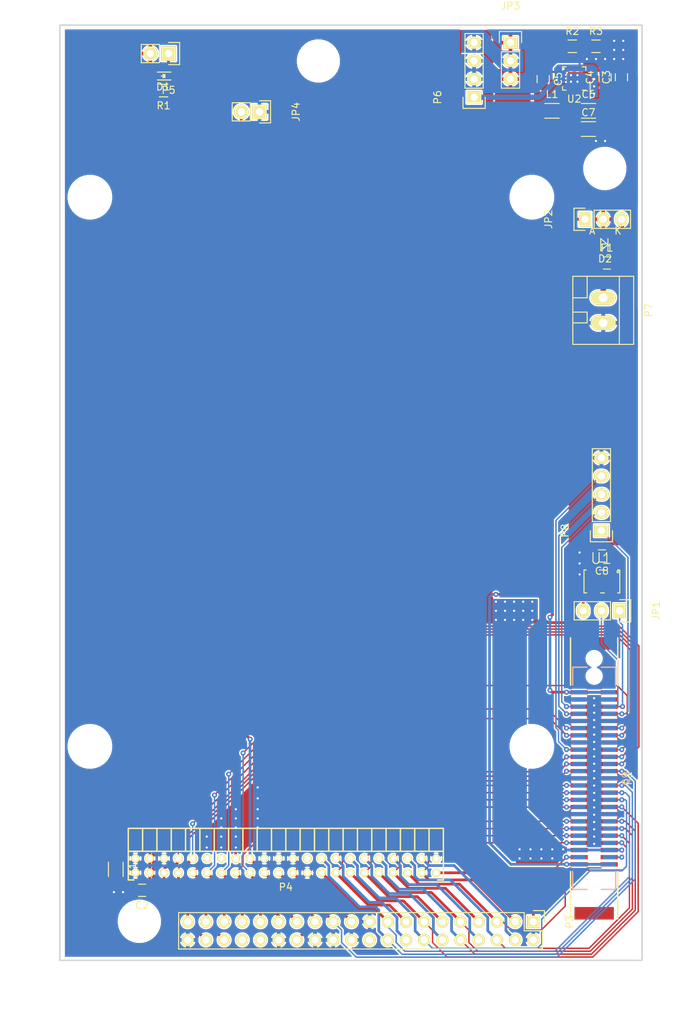
<source format=kicad_pcb>
(kicad_pcb (version 4) (host pcbnew "(2016-05-06 BZR 6776)-stable")
  (layers (0 F.Cu signal) (31 B.Cu signal) (34 B.Paste user) (35 F.Paste user) (36 B.SilkS user) (37 F.SilkS user) (38 B.Mask user) (39 F.Mask user) (44 Edge.Cuts user))
  (net 0 "")
  (net 1 +5V)
  (net 2 GND)
  (net 3 +12V)
  (net 4 "Net-(C5-Pad1)")
  (net 5 "Net-(C5-Pad2)")
  (net 6 "Net-(C6-Pad1)")
  (net 7 +3V3)
  (net 8 "Net-(D1-Pad1)")
  (net 9 "Net-(D2-Pad1)")
  (net 10 "Net-(F1-Pad1)")
  (net 11 "Net-(JP1-Pad1)")
  (net 12 "Net-(JP1-Pad2)")
  (net 13 "Net-(JP1-Pad3)")
  (net 14 +12P)
  (net 15 +5VP)
  (net 16 /CSEL)
  (net 17 /CD_SD)
  (net 18 /CD_BCK)
  (net 19 /~IDE_CS0)
  (net 20 /DA0)
  (net 21 /CD_EMPH)
  (net 22 /~DMACK)
  (net 23 /~IDE_RD)
  (net 24 /DMARQ)
  (net 25 /DD14)
  (net 26 /DD1)
  (net 27 /DD12)
  (net 28 /DD3)
  (net 29 /DD10)
  (net 30 /DD5)
  (net 31 /DD8)
  (net 32 /DD7)
  (net 33 /~GDD_RST)
  (net 34 /~CD_LRCK)
  (net 35 /DA1)
  (net 36 /~IDE_CS1)
  (net 37 /DA2)
  (net 38 /INTRQ)
  (net 39 /DD15)
  (net 40 /IORDY)
  (net 41 /~IDE_WR)
  (net 42 /DD0)
  (net 43 /DD13)
  (net 44 /DD2)
  (net 45 /DD4)
  (net 46 /DD9)
  (net 47 /DD6)
  (net 48 /DOPEN)
  (net 49 /DD11)
  (net 50 "Net-(P3-Pad20)")
  (net 51 "Net-(P3-Pad32)")
  (net 52 "Net-(P3-Pad34)")
  (net 53 /~ACTIVE)
  (net 54 "Net-(P4-Pad20)")
  (net 55 "Net-(P4-Pad32)")
  (net 56 "Net-(P4-Pad34)")
  (net 57 "Net-(R2-Pad2)")
  (net 58 "Net-(U2-Pad6)")
  (net 59 "Net-(U2-Pad7)")
  (net 60 "Net-(U2-Pad8)")
  (module Mounting_Holes:MountingHole_3.2mm_M3_DIN965 (layer F.Cu) (at 185.36 43.4)
    (fp_text reference REF** hide)
    (fp_text value MountingHole_3.2mm_M3_DIN965)
    (pad "" np_thru_hole circle (at 0 0) (size 3.2 3.2) (drill 3.2) (layers *.Cu *.Mask F.SilkS) (clearance 1.524))
  )
  (module Mounting_Holes:MountingHole_3.2mm_M3_DIN965 (layer F.Cu) (at 123.64 43.4)
    (fp_text reference REF** hide)
    (fp_text value MountingHole_3.2mm_M3_DIN965)
    (pad "" np_thru_hole circle (at 0 0) (size 3.2 3.2) (drill 3.2) (layers *.Cu *.Mask F.SilkS) (clearance 1.524))
  )
  (module Mounting_Holes:MountingHole_3.2mm_M3_DIN965 (layer F.Cu) (at 185.36 120)
    (fp_text reference REF** hide)
    (fp_text value MountingHole_3.2mm_M3_DIN965)
    (pad "" np_thru_hole circle (at 0 0) (size 3.2 3.2) (drill 3.2) (layers *.Cu *.Mask F.SilkS) (clearance 1.524))
  )
  (module doragasu:SOCKET_2X22_2MM_ANGLE (layer F.Cu) (at 151 136.636 180)
    (fp_text reference P4 (at 0 -3 180) (layer F.SilkS))
    (fp_text value IDE_44PIN)
    (pad 1 thru_hole circle (at -21 -1 180) (size 1.2 1.2) (drill 0.7) (layers *.Cu *.Mask F.SilkS) (net 33 /~GDD_RST))
    (pad 2 thru_hole circle (at -21 1 180) (size 1.2 1.2) (drill 0.7) (layers *.Cu *.Mask F.SilkS) (net 2 GND))
    (pad 3 thru_hole circle (at -19 -1 180) (size 1.2 1.2) (drill 0.7) (layers *.Cu *.Mask F.SilkS) (net 32 /DD7))
    (pad 4 thru_hole circle (at -19 1 180) (size 1.2 1.2) (drill 0.7) (layers *.Cu *.Mask F.SilkS) (net 31 /DD8))
    (pad 5 thru_hole circle (at -17 -1 180) (size 1.2 1.2) (drill 0.7) (layers *.Cu *.Mask F.SilkS) (net 47 /DD6))
    (pad 6 thru_hole circle (at -17 1 180) (size 1.2 1.2) (drill 0.7) (layers *.Cu *.Mask F.SilkS) (net 46 /DD9))
    (pad 7 thru_hole circle (at -15 -1 180) (size 1.2 1.2) (drill 0.7) (layers *.Cu *.Mask F.SilkS) (net 30 /DD5))
    (pad 8 thru_hole circle (at -15 1 180) (size 1.2 1.2) (drill 0.7) (layers *.Cu *.Mask F.SilkS) (net 29 /DD10))
    (pad 9 thru_hole circle (at -13 -1 180) (size 1.2 1.2) (drill 0.7) (layers *.Cu *.Mask F.SilkS) (net 45 /DD4))
    (pad 10 thru_hole circle (at -13 1 180) (size 1.2 1.2) (drill 0.7) (layers *.Cu *.Mask F.SilkS) (net 49 /DD11))
    (pad 11 thru_hole circle (at -11 -1 180) (size 1.2 1.2) (drill 0.7) (layers *.Cu *.Mask F.SilkS) (net 28 /DD3))
    (pad 12 thru_hole circle (at -11 1 180) (size 1.2 1.2) (drill 0.7) (layers *.Cu *.Mask F.SilkS) (net 27 /DD12))
    (pad 13 thru_hole circle (at -9 -1 180) (size 1.2 1.2) (drill 0.7) (layers *.Cu *.Mask F.SilkS) (net 44 /DD2))
    (pad 14 thru_hole circle (at -9 1 180) (size 1.2 1.2) (drill 0.7) (layers *.Cu *.Mask F.SilkS) (net 43 /DD13))
    (pad 15 thru_hole circle (at -7 -1 180) (size 1.2 1.2) (drill 0.7) (layers *.Cu *.Mask F.SilkS) (net 26 /DD1))
    (pad 16 thru_hole circle (at -7 1 180) (size 1.2 1.2) (drill 0.7) (layers *.Cu *.Mask F.SilkS) (net 25 /DD14))
    (pad 17 thru_hole circle (at -5 -1 180) (size 1.2 1.2) (drill 0.7) (layers *.Cu *.Mask F.SilkS) (net 42 /DD0))
    (pad 18 thru_hole circle (at -5 1 180) (size 1.2 1.2) (drill 0.7) (layers *.Cu *.Mask F.SilkS) (net 39 /DD15))
    (pad 19 thru_hole circle (at -3 -1 180) (size 1.2 1.2) (drill 0.7) (layers *.Cu *.Mask F.SilkS) (net 2 GND))
    (pad 20 thru_hole circle (at -3 1 180) (size 1.2 1.2) (drill 0.7) (layers *.Cu *.Mask F.SilkS) (net 54 "Net-(P4-Pad20)"))
    (pad 21 thru_hole circle (at -1 -1 180) (size 1.2 1.2) (drill 0.7) (layers *.Cu *.Mask F.SilkS) (net 24 /DMARQ))
    (pad 22 thru_hole circle (at -1 1 180) (size 1.2 1.2) (drill 0.7) (layers *.Cu *.Mask F.SilkS) (net 2 GND))
    (pad 23 thru_hole circle (at 1 -1 180) (size 1.2 1.2) (drill 0.7) (layers *.Cu *.Mask F.SilkS) (net 41 /~IDE_WR))
    (pad 24 thru_hole circle (at 1 1 180) (size 1.2 1.2) (drill 0.7) (layers *.Cu *.Mask F.SilkS) (net 2 GND))
    (pad 25 thru_hole circle (at 3 -1 180) (size 1.2 1.2) (drill 0.7) (layers *.Cu *.Mask F.SilkS) (net 23 /~IDE_RD))
    (pad 26 thru_hole circle (at 3 1 180) (size 1.2 1.2) (drill 0.7) (layers *.Cu *.Mask F.SilkS) (net 2 GND))
    (pad 27 thru_hole circle (at 5 -1 180) (size 1.2 1.2) (drill 0.7) (layers *.Cu *.Mask F.SilkS) (net 40 /IORDY))
    (pad 28 thru_hole circle (at 5 1 180) (size 1.2 1.2) (drill 0.7) (layers *.Cu *.Mask F.SilkS) (net 16 /CSEL))
    (pad 29 thru_hole circle (at 7 -1 180) (size 1.2 1.2) (drill 0.7) (layers *.Cu *.Mask F.SilkS) (net 22 /~DMACK))
    (pad 30 thru_hole circle (at 7 1 180) (size 1.2 1.2) (drill 0.7) (layers *.Cu *.Mask F.SilkS) (net 2 GND))
    (pad 31 thru_hole circle (at 9 -1 180) (size 1.2 1.2) (drill 0.7) (layers *.Cu *.Mask F.SilkS) (net 38 /INTRQ))
    (pad 32 thru_hole circle (at 9 1 180) (size 1.2 1.2) (drill 0.7) (layers *.Cu *.Mask F.SilkS) (net 55 "Net-(P4-Pad32)"))
    (pad 33 thru_hole circle (at 11 -1 180) (size 1.2 1.2) (drill 0.7) (layers *.Cu *.Mask F.SilkS) (net 35 /DA1))
    (pad 34 thru_hole circle (at 11 1 180) (size 1.2 1.2) (drill 0.7) (layers *.Cu *.Mask F.SilkS) (net 56 "Net-(P4-Pad34)"))
    (pad 35 thru_hole circle (at 13 -1 180) (size 1.2 1.2) (drill 0.7) (layers *.Cu *.Mask F.SilkS) (net 20 /DA0))
    (pad 36 thru_hole circle (at 13 1 180) (size 1.2 1.2) (drill 0.7) (layers *.Cu *.Mask F.SilkS) (net 37 /DA2))
    (pad 37 thru_hole circle (at 15 -1 180) (size 1.2 1.2) (drill 0.7) (layers *.Cu *.Mask F.SilkS) (net 19 /~IDE_CS0))
    (pad 38 thru_hole circle (at 15 1 180) (size 1.2 1.2) (drill 0.7) (layers *.Cu *.Mask F.SilkS) (net 36 /~IDE_CS1))
    (pad 39 thru_hole circle (at 17 -1 180) (size 1.2 1.2) (drill 0.7) (layers *.Cu *.Mask F.SilkS) (net 53 /~ACTIVE))
    (pad 40 thru_hole circle (at 17 1 180) (size 1.2 1.2) (drill 0.7) (layers *.Cu *.Mask F.SilkS) (net 2 GND))
    (pad 41 thru_hole circle (at 19 -1 180) (size 1.2 1.2) (drill 0.7) (layers *.Cu *.Mask F.SilkS) (net 1 +5V))
    (pad 42 thru_hole circle (at 19 1 180) (size 1.2 1.2) (drill 0.7) (layers *.Cu *.Mask F.SilkS) (net 1 +5V))
    (pad 43 thru_hole circle (at 21 -1 180) (size 1.2 1.2) (drill 0.7) (layers *.Cu *.Mask F.SilkS) (net 2 GND))
    (pad 44 thru_hole circle (at 21 1 180) (size 1.2 1.2) (drill 0.7) (layers *.Cu *.Mask F.SilkS) (net 2 GND))
  )
  (module Mounting_Holes:MountingHole_3mm (layer F.Cu) (at 155.55 24.4)
    (fp_text reference MountingHole_3mm hide)
    (fp_text value VAL** hide)
    (pad "" np_thru_hole circle (at 0 0) (size 2.99974 2.99974) (drill 2.99974) (layers *.Cu *.Mask F.SilkS) (clearance 1.524))
  )
  (module Mounting_Holes:MountingHole_3mm (layer F.Cu) (at 195.55 39.4)
    (fp_text reference MountingHole_3mm hide)
    (fp_text value VAL** hide)
    (pad "" np_thru_hole circle (at 0 0) (size 2.99974 2.99974) (drill 2.99974) (layers *.Cu *.Mask F.SilkS) (clearance 1.524))
  )
  (module Pin_Headers:Pin_Header_Straight_2x20 (layer F.Cu) (at 185.56 144.46 270)
    (fp_text reference P3 (at 0 -5.1 270) (layer F.SilkS))
    (fp_text value IDE_40PIN hide)
    (pad 1 thru_hole rect (at 0 0 270) (size 1.7272 1.7272) (drill 1.016) (layers *.Cu *.Mask F.SilkS) (net 33 /~GDD_RST))
    (pad 2 thru_hole oval (at 2.54 0 270) (size 1.7272 1.7272) (drill 1.016) (layers *.Cu *.Mask F.SilkS) (net 2 GND))
    (pad 3 thru_hole oval (at 0 2.54 270) (size 1.7272 1.7272) (drill 1.016) (layers *.Cu *.Mask F.SilkS) (net 32 /DD7))
    (pad 4 thru_hole oval (at 2.54 2.54 270) (size 1.7272 1.7272) (drill 1.016) (layers *.Cu *.Mask F.SilkS) (net 31 /DD8))
    (pad 5 thru_hole oval (at 0 5.08 270) (size 1.7272 1.7272) (drill 1.016) (layers *.Cu *.Mask F.SilkS) (net 47 /DD6))
    (pad 6 thru_hole oval (at 2.54 5.08 270) (size 1.7272 1.7272) (drill 1.016) (layers *.Cu *.Mask F.SilkS) (net 46 /DD9))
    (pad 7 thru_hole oval (at 0 7.62 270) (size 1.7272 1.7272) (drill 1.016) (layers *.Cu *.Mask F.SilkS) (net 30 /DD5))
    (pad 8 thru_hole oval (at 2.54 7.62 270) (size 1.7272 1.7272) (drill 1.016) (layers *.Cu *.Mask F.SilkS) (net 29 /DD10))
    (pad 9 thru_hole oval (at 0 10.16 270) (size 1.7272 1.7272) (drill 1.016) (layers *.Cu *.Mask F.SilkS) (net 45 /DD4))
    (pad 10 thru_hole oval (at 2.54 10.16 270) (size 1.7272 1.7272) (drill 1.016) (layers *.Cu *.Mask F.SilkS) (net 49 /DD11))
    (pad 11 thru_hole oval (at 0 12.7 270) (size 1.7272 1.7272) (drill 1.016) (layers *.Cu *.Mask F.SilkS) (net 28 /DD3))
    (pad 12 thru_hole oval (at 2.54 12.7 270) (size 1.7272 1.7272) (drill 1.016) (layers *.Cu *.Mask F.SilkS) (net 27 /DD12))
    (pad 13 thru_hole oval (at 0 15.24 270) (size 1.7272 1.7272) (drill 1.016) (layers *.Cu *.Mask F.SilkS) (net 44 /DD2))
    (pad 14 thru_hole oval (at 2.54 15.24 270) (size 1.7272 1.7272) (drill 1.016) (layers *.Cu *.Mask F.SilkS) (net 43 /DD13))
    (pad 15 thru_hole oval (at 0 17.78 270) (size 1.7272 1.7272) (drill 1.016) (layers *.Cu *.Mask F.SilkS) (net 26 /DD1))
    (pad 16 thru_hole oval (at 2.54 17.78 270) (size 1.7272 1.7272) (drill 1.016) (layers *.Cu *.Mask F.SilkS) (net 25 /DD14))
    (pad 17 thru_hole oval (at 0 20.32 270) (size 1.7272 1.7272) (drill 1.016) (layers *.Cu *.Mask F.SilkS) (net 42 /DD0))
    (pad 18 thru_hole oval (at 2.54 20.32 270) (size 1.7272 1.7272) (drill 1.016) (layers *.Cu *.Mask F.SilkS) (net 39 /DD15))
    (pad 19 thru_hole oval (at 0 22.86 270) (size 1.7272 1.7272) (drill 1.016) (layers *.Cu *.Mask F.SilkS) (net 2 GND))
    (pad 20 thru_hole oval (at 2.54 22.86 270) (size 1.7272 1.7272) (drill 1.016) (layers *.Cu *.Mask F.SilkS) (net 50 "Net-(P3-Pad20)"))
    (pad 21 thru_hole oval (at 0 25.4 270) (size 1.7272 1.7272) (drill 1.016) (layers *.Cu *.Mask F.SilkS) (net 24 /DMARQ))
    (pad 22 thru_hole oval (at 2.54 25.4 270) (size 1.7272 1.7272) (drill 1.016) (layers *.Cu *.Mask F.SilkS) (net 2 GND))
    (pad 23 thru_hole oval (at 0 27.94 270) (size 1.7272 1.7272) (drill 1.016) (layers *.Cu *.Mask F.SilkS) (net 41 /~IDE_WR))
    (pad 24 thru_hole oval (at 2.54 27.94 270) (size 1.7272 1.7272) (drill 1.016) (layers *.Cu *.Mask F.SilkS) (net 2 GND))
    (pad 25 thru_hole oval (at 0 30.48 270) (size 1.7272 1.7272) (drill 1.016) (layers *.Cu *.Mask F.SilkS) (net 23 /~IDE_RD))
    (pad 26 thru_hole oval (at 2.54 30.48 270) (size 1.7272 1.7272) (drill 1.016) (layers *.Cu *.Mask F.SilkS) (net 2 GND))
    (pad 27 thru_hole oval (at 0 33.02 270) (size 1.7272 1.7272) (drill 1.016) (layers *.Cu *.Mask F.SilkS) (net 40 /IORDY))
    (pad 28 thru_hole oval (at 2.54 33.02 270) (size 1.7272 1.7272) (drill 1.016) (layers *.Cu *.Mask F.SilkS) (net 16 /CSEL))
    (pad 29 thru_hole oval (at 0 35.56 270) (size 1.7272 1.7272) (drill 1.016) (layers *.Cu *.Mask F.SilkS) (net 22 /~DMACK))
    (pad 30 thru_hole oval (at 2.54 35.56 270) (size 1.7272 1.7272) (drill 1.016) (layers *.Cu *.Mask F.SilkS) (net 2 GND))
    (pad 31 thru_hole oval (at 0 38.1 270) (size 1.7272 1.7272) (drill 1.016) (layers *.Cu *.Mask F.SilkS) (net 38 /INTRQ))
    (pad 32 thru_hole oval (at 2.54 38.1 270) (size 1.7272 1.7272) (drill 1.016) (layers *.Cu *.Mask F.SilkS) (net 51 "Net-(P3-Pad32)"))
    (pad 33 thru_hole oval (at 0 40.64 270) (size 1.7272 1.7272) (drill 1.016) (layers *.Cu *.Mask F.SilkS) (net 35 /DA1))
    (pad 34 thru_hole oval (at 2.54 40.64 270) (size 1.7272 1.7272) (drill 1.016) (layers *.Cu *.Mask F.SilkS) (net 52 "Net-(P3-Pad34)"))
    (pad 35 thru_hole oval (at 0 43.18 270) (size 1.7272 1.7272) (drill 1.016) (layers *.Cu *.Mask F.SilkS) (net 20 /DA0))
    (pad 36 thru_hole oval (at 2.54 43.18 270) (size 1.7272 1.7272) (drill 1.016) (layers *.Cu *.Mask F.SilkS) (net 37 /DA2))
    (pad 37 thru_hole oval (at 0 45.72 270) (size 1.7272 1.7272) (drill 1.016) (layers *.Cu *.Mask F.SilkS) (net 19 /~IDE_CS0))
    (pad 38 thru_hole oval (at 2.54 45.72 270) (size 1.7272 1.7272) (drill 1.016) (layers *.Cu *.Mask F.SilkS) (net 36 /~IDE_CS1))
    (pad 39 thru_hole oval (at 0 48.26 270) (size 1.7272 1.7272) (drill 1.016) (layers *.Cu *.Mask F.SilkS) (net 53 /~ACTIVE))
    (pad 40 thru_hole oval (at 2.54 48.26 270) (size 1.7272 1.7272) (drill 1.016) (layers *.Cu *.Mask F.SilkS) (net 2 GND))
  )
  (module Capacitors_SMD:C_1206 (layer F.Cu) (at 127.254 137.16 270)
    (fp_text reference C1 (at 0 -2.3 270) (layer F.SilkS))
    (fp_text value 22u)
    (pad 1 smd rect (at -1.5 0 270) (size 1 1.6) (layers F.Cu F.Paste F.Mask) (net 1 +5V))
    (pad 2 smd rect (at 1.5 0 270) (size 1 1.6) (layers F.Cu F.Paste F.Mask) (net 2 GND))
  )
  (module Capacitors_SMD:C_0805 (layer F.Cu) (at 130.937 140.081 180)
    (fp_text reference C2 (at 0 -2.1 180) (layer F.SilkS))
    (fp_text value 100n)
    (pad 1 smd rect (at -1 0 180) (size 1 1.25) (layers F.Cu F.Paste F.Mask) (net 1 +5V))
    (pad 2 smd rect (at 1 0 180) (size 1 1.25) (layers F.Cu F.Paste F.Mask) (net 2 GND))
  )
  (module Capacitors_SMD:C_0805 (layer F.Cu) (at 197.866 26.67 90)
    (fp_text reference C3 (at 0 -2.1 90) (layer F.SilkS))
    (fp_text value 10u)
    (pad 1 smd rect (at -1 0 90) (size 1 1.25) (layers F.Cu F.Paste F.Mask) (net 3 +12V))
    (pad 2 smd rect (at 1 0 90) (size 1 1.25) (layers F.Cu F.Paste F.Mask) (net 2 GND))
  )
  (module Capacitors_SMD:C_0805 (layer F.Cu) (at 195.58 26.686 90)
    (fp_text reference C4 (at 0 -2.1 90) (layer F.SilkS))
    (fp_text value NP)
    (pad 1 smd rect (at -1 0 90) (size 1 1.25) (layers F.Cu F.Paste F.Mask) (net 3 +12V))
    (pad 2 smd rect (at 1 0 90) (size 1 1.25) (layers F.Cu F.Paste F.Mask) (net 2 GND))
  )
  (module Capacitors_SMD:C_0805 (layer F.Cu) (at 186.944 26.924 270)
    (fp_text reference C5 (at 0 -2.1 270) (layer F.SilkS))
    (fp_text value C)
    (pad 1 smd rect (at -1 0 270) (size 1 1.25) (layers F.Cu F.Paste F.Mask) (net 4 "Net-(C5-Pad1)"))
    (pad 2 smd rect (at 1 0 270) (size 1 1.25) (layers F.Cu F.Paste F.Mask) (net 5 "Net-(C5-Pad2)"))
  )
  (module Capacitors_SMD:C_1206 (layer F.Cu) (at 193.2714 31.3538)
    (fp_text reference C6 (at 0 -2.3) (layer F.SilkS))
    (fp_text value 22u)
    (pad 1 smd rect (at -1.5 0) (size 1 1.6) (layers F.Cu F.Paste F.Mask) (net 6 "Net-(C6-Pad1)"))
    (pad 2 smd rect (at 1.5 0) (size 1 1.6) (layers F.Cu F.Paste F.Mask) (net 2 GND))
  )
  (module Capacitors_SMD:C_1206 (layer F.Cu) (at 193.2474 33.8938)
    (fp_text reference C7 (at 0 -2.3) (layer F.SilkS))
    (fp_text value 22u)
    (pad 1 smd rect (at -1.5 0) (size 1 1.6) (layers F.Cu F.Paste F.Mask) (net 6 "Net-(C6-Pad1)"))
    (pad 2 smd rect (at 1.5 0) (size 1 1.6) (layers F.Cu F.Paste F.Mask) (net 2 GND))
  )
  (module Capacitors_SMD:C_0805 (layer F.Cu) (at 195.137122 93.441448 180)
    (fp_text reference C8 (at 0 -2.1 180) (layer F.SilkS))
    (fp_text value 100n)
    (pad 1 smd rect (at -1 0 180) (size 1 1.25) (layers F.Cu F.Paste F.Mask) (net 7 +3V3))
    (pad 2 smd rect (at 1 0 180) (size 1 1.25) (layers F.Cu F.Paste F.Mask) (net 2 GND))
  )
  (module LEDs:LED_0603 (layer F.Cu) (at 133.8622 26.5024 180)
    (fp_text reference D1 (at 0 -1.5 180) (layer F.SilkS))
    (fp_text value LED)
    (pad 2 smd rect (at 0.7493 0) (size 0.79756 0.79756) (layers F.Cu F.Paste F.Mask) (net 1 +5V))
    (pad 1 smd rect (at -0.7493 0) (size 0.79756 0.79756) (layers F.Cu F.Paste F.Mask) (net 8 "Net-(D1-Pad1)"))
  )
  (module Diodes_SMD:MiniMELF_Standard (layer F.Cu) (at 195.58 50.038 180)
    (fp_text reference D2 (at 0 -1.95 180) (layer F.SilkS))
    (fp_text value D)
    (fp_text user K (at -1.8 1.95 180) (layer F.SilkS))
    (fp_text user A (at 1.8 1.95 180) (layer F.SilkS))
    (pad 1 smd rect (at -1.75006 0 180) (size 1.30048 1.69926) (layers F.Cu F.Paste F.Mask) (net 9 "Net-(D2-Pad1)"))
    (pad 2 smd rect (at 1.75006 0 180) (size 1.30048 1.69926) (layers F.Cu F.Paste F.Mask) (net 2 GND))
  )
  (module Capacitors_SMD:C_0805 (layer F.Cu) (at 195.834 52.578)
    (fp_text reference F1 (at 0 -2.1) (layer F.SilkS))
    (fp_text value F_Small)
    (pad 1 smd rect (at -1 0) (size 1 1.25) (layers F.Cu F.Paste F.Mask) (net 10 "Net-(F1-Pad1)"))
    (pad 2 smd rect (at 1 0) (size 1 1.25) (layers F.Cu F.Paste F.Mask) (net 9 "Net-(D2-Pad1)"))
  )
  (module Pin_Headers:Pin_Header_Straight_1x03 (layer F.Cu) (at 197.612 101.092 270)
    (fp_text reference JP1 (at 0 -5.1 270) (layer F.SilkS))
    (fp_text value JUMPER3)
    (pad 1 thru_hole rect (at 0 0 270) (size 2.032 1.7272) (drill 1.016) (layers *.Cu *.Mask F.SilkS) (net 11 "Net-(JP1-Pad1)"))
    (pad 2 thru_hole oval (at 0 2.54 270) (size 2.032 1.7272) (drill 1.016) (layers *.Cu *.Mask F.SilkS) (net 12 "Net-(JP1-Pad2)"))
    (pad 3 thru_hole oval (at 0 5.08 270) (size 2.032 1.7272) (drill 1.016) (layers *.Cu *.Mask F.SilkS) (net 13 "Net-(JP1-Pad3)"))
  )
  (module Pin_Headers:Pin_Header_Straight_1x03 (layer F.Cu) (at 192.786 46.482 90)
    (fp_text reference JP2 (at 0 -5.1 90) (layer F.SilkS))
    (fp_text value JUMPER3)
    (pad 1 thru_hole rect (at 0 0 90) (size 2.032 1.7272) (drill 1.016) (layers *.Cu *.Mask F.SilkS) (net 14 +12P))
    (pad 2 thru_hole oval (at 0 2.54 90) (size 2.032 1.7272) (drill 1.016) (layers *.Cu *.Mask F.SilkS) (net 3 +12V))
    (pad 3 thru_hole oval (at 0 5.08 90) (size 2.032 1.7272) (drill 1.016) (layers *.Cu *.Mask F.SilkS) (net 9 "Net-(D2-Pad1)"))
  )
  (module Pin_Headers:Pin_Header_Straight_1x03 (layer F.Cu) (at 182.372 21.844)
    (fp_text reference JP3 (at 0 -5.1) (layer F.SilkS))
    (fp_text value JUMPER3)
    (pad 1 thru_hole rect (at 0 0) (size 2.032 1.7272) (drill 1.016) (layers *.Cu *.Mask F.SilkS) (net 15 +5VP))
    (pad 2 thru_hole oval (at 0 2.54) (size 2.032 1.7272) (drill 1.016) (layers *.Cu *.Mask F.SilkS) (net 1 +5V))
    (pad 3 thru_hole oval (at 0 5.08) (size 2.032 1.7272) (drill 1.016) (layers *.Cu *.Mask F.SilkS) (net 6 "Net-(C6-Pad1)"))
  )
  (module Pin_Headers:Pin_Header_Straight_1x02 (layer F.Cu) (at 147.32 31.496 270)
    (fp_text reference JP4 (at 0 -5.1 270) (layer F.SilkS))
    (fp_text value JUMPER)
    (pad 1 thru_hole rect (at 0 0 270) (size 2.032 2.032) (drill 1.016) (layers *.Cu *.Mask F.SilkS) (net 2 GND))
    (pad 2 thru_hole oval (at 0 2.54 270) (size 2.032 2.032) (drill 1.016) (layers *.Cu *.Mask F.SilkS) (net 16 /CSEL))
  )
  (module Capacitors_SMD:C_1206 (layer F.Cu) (at 188.1674 31.3538)
    (fp_text reference L1 (at 0 -2.3) (layer F.SilkS))
    (fp_text value 4.7u)
    (pad 1 smd rect (at -1.5 0) (size 1 1.6) (layers F.Cu F.Paste F.Mask) (net 5 "Net-(C5-Pad2)"))
    (pad 2 smd rect (at 1.5 0) (size 1 1.6) (layers F.Cu F.Paste F.Mask) (net 6 "Net-(C6-Pad1)"))
  )
  (module doragasu:MOLEX_52584-0508 (layer B.Cu) (at 194.056 124.46 90)
    (fp_text reference P2 (at 0 4.5 90) (layer B.SilkS) (effects (justify mirror)))
    (fp_text value G1_GD_PLUGNH)
    (pad A1 smd rect (at -12 -2.1 90) (size 0.6 1.8) (layers B.Cu B.Paste B.Mask) (net 7 +3V3))
    (pad A2 smd rect (at -11 -2.1 90) (size 0.6 1.8) (layers B.Cu B.Paste B.Mask) (net 33 /~GDD_RST))
    (pad A3 smd rect (at -10 -2.1 90) (size 0.6 1.8) (layers B.Cu B.Paste B.Mask) (net 15 +5VP))
    (pad A4 smd rect (at -9 -2.1 90) (size 0.6 1.8) (layers B.Cu B.Paste B.Mask) (net 32 /DD7))
    (pad A5 smd rect (at -8 -2.1 90) (size 0.6 1.8) (layers B.Cu B.Paste B.Mask) (net 31 /DD8))
    (pad A6 smd rect (at -7 -2.1 90) (size 0.6 1.8) (layers B.Cu B.Paste B.Mask) (net 30 /DD5))
    (pad A7 smd rect (at -6 -2.1 90) (size 0.6 1.8) (layers B.Cu B.Paste B.Mask) (net 29 /DD10))
    (pad A8 smd rect (at -5 -2.1 90) (size 0.6 1.8) (layers B.Cu B.Paste B.Mask) (net 2 GND))
    (pad A9 smd rect (at -4 -2.1 90) (size 0.6 1.8) (layers B.Cu B.Paste B.Mask) (net 28 /DD3))
    (pad A10 smd rect (at -3 -2.1 90) (size 0.6 1.8) (layers B.Cu B.Paste B.Mask) (net 27 /DD12))
    (pad A11 smd rect (at -2 -2.1 90) (size 0.6 1.8) (layers B.Cu B.Paste B.Mask) (net 26 /DD1))
    (pad A12 smd rect (at -1 -2.1 90) (size 0.6 1.8) (layers B.Cu B.Paste B.Mask) (net 25 /DD14))
    (pad A13 smd rect (at 0 -2.1 90) (size 0.6 1.8) (layers B.Cu B.Paste B.Mask) (net 2 GND))
    (pad A14 smd rect (at 1 -2.1 90) (size 0.6 1.8) (layers B.Cu B.Paste B.Mask) (net 24 /DMARQ))
    (pad A15 smd rect (at 2 -2.1 90) (size 0.6 1.8) (layers B.Cu B.Paste B.Mask) (net 23 /~IDE_RD))
    (pad A16 smd rect (at 3 -2.1 90) (size 0.6 1.8) (layers B.Cu B.Paste B.Mask) (net 22 /~DMACK))
    (pad A17 smd rect (at 4 -2.1 90) (size 0.6 1.8) (layers B.Cu B.Paste B.Mask) (net 21 /CD_EMPH))
    (pad A18 smd rect (at 5 -2.1 90) (size 0.6 1.8) (layers B.Cu B.Paste B.Mask) (net 2 GND))
    (pad A19 smd rect (at 6 -2.1 90) (size 0.6 1.8) (layers B.Cu B.Paste B.Mask) (net 20 /DA0))
    (pad A20 smd rect (at 7 -2.1 90) (size 0.6 1.8) (layers B.Cu B.Paste B.Mask) (net 19 /~IDE_CS0))
    (pad A21 smd rect (at 8 -2.1 90) (size 0.6 1.8) (layers B.Cu B.Paste B.Mask) (net 2 GND))
    (pad A22 smd rect (at 9 -2.1 90) (size 0.6 1.8) (layers B.Cu B.Paste B.Mask) (net 18 /CD_BCK))
    (pad A23 smd rect (at 10 -2.1 90) (size 0.6 1.8) (layers B.Cu B.Paste B.Mask) (net 17 /CD_SD))
    (pad A24 smd rect (at 11 -2.1 90) (size 0.6 1.8) (layers B.Cu B.Paste B.Mask) (net 2 GND))
    (pad A25 smd rect (at 12 -2.1 90) (size 0.6 1.8) (layers B.Cu B.Paste B.Mask) (net 14 +12P))
    (pad B1 smd rect (at -12 2.1 90) (size 0.6 1.8) (layers B.Cu B.Paste B.Mask) (net 7 +3V3))
    (pad B4 smd rect (at -9 2.1 90) (size 0.6 1.8) (layers B.Cu B.Paste B.Mask) (net 47 /DD6))
    (pad B2 smd rect (at -11 2.1 90) (size 0.6 1.8) (layers B.Cu B.Paste B.Mask) (net 48 /DOPEN))
    (pad B3 smd rect (at -10 2.1 90) (size 0.6 1.8) (layers B.Cu B.Paste B.Mask) (net 15 +5VP))
    (pad B5 smd rect (at -8 2.1 90) (size 0.6 1.8) (layers B.Cu B.Paste B.Mask) (net 46 /DD9))
    (pad B9 smd rect (at -4 2.1 90) (size 0.6 1.8) (layers B.Cu B.Paste B.Mask) (net 44 /DD2))
    (pad B6 smd rect (at -7 2.1 90) (size 0.6 1.8) (layers B.Cu B.Paste B.Mask) (net 45 /DD4))
    (pad B7 smd rect (at -6 2.1 90) (size 0.6 1.8) (layers B.Cu B.Paste B.Mask) (net 49 /DD11))
    (pad B8 smd rect (at -5 2.1 90) (size 0.6 1.8) (layers B.Cu B.Paste B.Mask) (net 2 GND))
    (pad B10 smd rect (at -3 2.1 90) (size 0.6 1.8) (layers B.Cu B.Paste B.Mask) (net 43 /DD13))
    (pad B14 smd rect (at 1 2.1 90) (size 0.6 1.8) (layers B.Cu B.Paste B.Mask) (net 41 /~IDE_WR))
    (pad B11 smd rect (at -2 2.1 90) (size 0.6 1.8) (layers B.Cu B.Paste B.Mask) (net 42 /DD0))
    (pad B12 smd rect (at -1 2.1 90) (size 0.6 1.8) (layers B.Cu B.Paste B.Mask) (net 39 /DD15))
    (pad B13 smd rect (at 0 2.1 90) (size 0.6 1.8) (layers B.Cu B.Paste B.Mask) (net 2 GND))
    (pad B15 smd rect (at 2 2.1 90) (size 0.6 1.8) (layers B.Cu B.Paste B.Mask) (net 40 /IORDY))
    (pad B16 smd rect (at 3 2.1 90) (size 0.6 1.8) (layers B.Cu B.Paste B.Mask) (net 38 /INTRQ))
    (pad B17 smd rect (at 4 2.1 90) (size 0.6 1.8) (layers B.Cu B.Paste B.Mask) (net 35 /DA1))
    (pad B20 smd rect (at 7 2.1 90) (size 0.6 1.8) (layers B.Cu B.Paste B.Mask) (net 36 /~IDE_CS1))
    (pad B21 smd rect (at 8 2.1 90) (size 0.6 1.8) (layers B.Cu B.Paste B.Mask) (net 2 GND))
    (pad B22 smd rect (at 9 2.1 90) (size 0.6 1.8) (layers B.Cu B.Paste B.Mask) (net 34 /~CD_LRCK))
    (pad B23 smd rect (at 10 2.1 90) (size 0.6 1.8) (layers B.Cu B.Paste B.Mask) (net 12 "Net-(JP1-Pad2)"))
    (pad B24 smd rect (at 11 2.1 90) (size 0.6 1.8) (layers B.Cu B.Paste B.Mask) (net 2 GND))
    (pad B19 smd rect (at 6 2.1 90) (size 0.6 1.8) (layers B.Cu B.Paste B.Mask) (net 37 /DA2))
    (pad B18 smd rect (at 5 2.1 90) (size 0.6 1.8) (layers B.Cu B.Paste B.Mask) (net 2 GND))
    (pad B25 smd rect (at 12 2.1 90) (size 0.6 1.8) (layers B.Cu B.Paste B.Mask) (net 14 +12P))
    (pad "" np_thru_hole circle (at -14.25 0 90) (size 2 2) (drill 2) (layers *.Cu *.Mask B.SilkS))
    (pad "" np_thru_hole circle (at 14.25 0 90) (size 2 2) (drill 2) (layers *.Cu *.Mask B.SilkS))
  )
  (module Socket_Strips:Socket_Strip_Straight_1x02 (layer F.Cu) (at 134.62 23.368 180)
    (fp_text reference P5 (at 0 -5.1 180) (layer F.SilkS))
    (fp_text value CONN_01X02)
    (pad 1 thru_hole rect (at 0 0 180) (size 2.032 2.032) (drill 1.016) (layers *.Cu *.Mask F.SilkS) (net 8 "Net-(D1-Pad1)"))
    (pad 2 thru_hole oval (at 2.54 0 180) (size 2.032 2.032) (drill 1.016) (layers *.Cu *.Mask F.SilkS) (net 1 +5V))
  )
  (module Socket_Strips:Socket_Strip_Straight_1x04 (layer F.Cu) (at 177.292 29.464 90)
    (fp_text reference P6 (at 0 -5.1 90) (layer F.SilkS))
    (fp_text value CONN_01X04)
    (pad 1 thru_hole rect (at 0 0 90) (size 1.7272 2.032) (drill 1.016) (layers *.Cu *.Mask F.SilkS) (net 3 +12V))
    (pad 2 thru_hole oval (at 2.54 0 90) (size 1.7272 2.032) (drill 1.016) (layers *.Cu *.Mask F.SilkS) (net 2 GND))
    (pad 3 thru_hole oval (at 5.08 0 90) (size 1.7272 2.032) (drill 1.016) (layers *.Cu *.Mask F.SilkS) (net 2 GND))
    (pad 4 thru_hole oval (at 7.62 0 90) (size 1.7272 2.032) (drill 1.016) (layers *.Cu *.Mask F.SilkS) (net 1 +5V))
  )
  (module Socket_Strips:Socket_Strip_Straight_1x05 (layer F.Cu) (at 195.072 89.916 90)
    (fp_text reference P8 (at 0 -5.1 90) (layer F.SilkS))
    (fp_text value CONN_01X05)
    (pad 1 thru_hole rect (at 0 0 90) (size 1.7272 2.032) (drill 1.016) (layers *.Cu *.Mask F.SilkS) (net 34 /~CD_LRCK))
    (pad 2 thru_hole oval (at 2.54 0 90) (size 1.7272 2.032) (drill 1.016) (layers *.Cu *.Mask F.SilkS) (net 17 /CD_SD))
    (pad 3 thru_hole oval (at 5.08 0 90) (size 1.7272 2.032) (drill 1.016) (layers *.Cu *.Mask F.SilkS) (net 18 /CD_BCK))
    (pad 4 thru_hole oval (at 7.62 0 90) (size 1.7272 2.032) (drill 1.016) (layers *.Cu *.Mask F.SilkS) (net 21 /CD_EMPH))
    (pad 5 thru_hole oval (at 10.16 0 90) (size 1.7272 2.032) (drill 1.016) (layers *.Cu *.Mask F.SilkS) (net 2 GND))
  )
  (module Resistors_SMD:R_0805 (layer F.Cu) (at 133.9282 28.5344 180)
    (fp_text reference R1 (at 0 -2.1 180) (layer F.SilkS))
    (fp_text value R)
    (pad 1 smd rect (at -0.95 0 180) (size 0.7 1.3) (layers F.Cu F.Paste F.Mask) (net 8 "Net-(D1-Pad1)"))
    (pad 2 smd rect (at 0.95 0 180) (size 0.7 1.3) (layers F.Cu F.Paste F.Mask) (net 53 /~ACTIVE))
  )
  (module Resistors_SMD:R_0805 (layer F.Cu) (at 191.008 22.352)
    (fp_text reference R2 (at 0 -2.1) (layer F.SilkS))
    (fp_text value 0)
    (pad 1 smd rect (at -0.95 0) (size 0.7 1.3) (layers F.Cu F.Paste F.Mask) (net 6 "Net-(C6-Pad1)"))
    (pad 2 smd rect (at 0.95 0) (size 0.7 1.3) (layers F.Cu F.Paste F.Mask) (net 57 "Net-(R2-Pad2)"))
  )
  (module Resistors_SMD:R_0805 (layer F.Cu) (at 194.31 22.352)
    (fp_text reference R3 (at 0 -2.1) (layer F.SilkS))
    (fp_text value NP)
    (pad 1 smd rect (at -0.95 0) (size 0.7 1.3) (layers F.Cu F.Paste F.Mask) (net 57 "Net-(R2-Pad2)"))
    (pad 2 smd rect (at 0.95 0) (size 0.7 1.3) (layers F.Cu F.Paste F.Mask) (net 2 GND))
  )
  (module doragasu:OSC_F530L (layer F.Cu) (at 195.137122 96.997448 180)
    (fp_text reference U1 (at 0.1 3.2 180) (layer F.SilkS) (effects (font (size 1.5 1.5))))
    (fp_text value TCXO_DFAS11)
    (pad 1 smd rect (at -1.27 1.125 180) (size 1.24 1.29) (layers F.Cu F.Paste F.Mask) (net 7 +3V3))
    (pad 2 smd rect (at 1.27 1.125 180) (size 1.24 1.29) (layers F.Cu F.Paste F.Mask) (net 2 GND))
    (pad 3 smd rect (at 1.27 -1.125 180) (size 1.24 1.29) (layers F.Cu F.Paste F.Mask) (net 13 "Net-(JP1-Pad3)"))
    (pad 4 smd rect (at -1.27 -1.125 180) (size 1.24 1.29) (layers F.Cu F.Paste F.Mask) (net 7 +3V3))
  )
  (module Housings_DFN_QFN:QFN-16-1EP_3x3mm_Pitch0.5mm (layer F.Cu) (at 191.2734 26.8398 180)
    (fp_text reference U2 (at 0 -2.85 180) (layer F.SilkS))
    (fp_text value TS30011-M050)
    (pad 1 smd oval (at -1.475 -0.75 180) (size 0.7366 0.2921) (layers F.Cu F.Paste F.Mask) (net 5 "Net-(C5-Pad2)"))
    (pad 2 smd oval (at -1.475 -0.25 180) (size 0.7366 0.2921) (layers F.Cu F.Paste F.Mask) (net 3 +12V))
    (pad 3 smd oval (at -1.475 0.25 180) (size 0.7366 0.2921) (layers F.Cu F.Paste F.Mask) (net 3 +12V))
    (pad 4 smd oval (at -1.475 0.75 180) (size 0.7366 0.2921) (layers F.Cu F.Paste F.Mask) (net 2 GND))
    (pad 5 smd oval (at -0.75 1.475 270) (size 0.7366 0.2921) (layers F.Cu F.Paste F.Mask) (net 57 "Net-(R2-Pad2)"))
    (pad 6 smd oval (at -0.25 1.475 270) (size 0.7366 0.2921) (layers F.Cu F.Paste F.Mask) (net 58 "Net-(U2-Pad6)"))
    (pad 7 smd oval (at 0.25 1.475 270) (size 0.7366 0.2921) (layers F.Cu F.Paste F.Mask) (net 59 "Net-(U2-Pad7)"))
    (pad 8 smd oval (at 0.75 1.475 270) (size 0.7366 0.2921) (layers F.Cu F.Paste F.Mask) (net 60 "Net-(U2-Pad8)"))
    (pad 9 smd oval (at 1.475 0.75 180) (size 0.7366 0.2921) (layers F.Cu F.Paste F.Mask) (net 3 +12V))
    (pad 10 smd oval (at 1.475 0.25 180) (size 0.7366 0.2921) (layers F.Cu F.Paste F.Mask) (net 4 "Net-(C5-Pad1)"))
    (pad 11 smd oval (at 1.475 -0.25 180) (size 0.7366 0.2921) (layers F.Cu F.Paste F.Mask) (net 3 +12V))
    (pad 12 smd oval (at 1.475 -0.75 180) (size 0.7366 0.2921) (layers F.Cu F.Paste F.Mask) (net 5 "Net-(C5-Pad2)"))
    (pad 13 smd oval (at 0.75 -1.475 270) (size 0.7366 0.2921) (layers F.Cu F.Paste F.Mask) (net 5 "Net-(C5-Pad2)"))
    (pad 14 smd oval (at 0.25 -1.475 270) (size 0.7366 0.2921) (layers F.Cu F.Paste F.Mask) (net 2 GND))
    (pad 15 smd oval (at -0.25 -1.475 270) (size 0.7366 0.2921) (layers F.Cu F.Paste F.Mask) (net 2 GND))
    (pad 16 smd oval (at -0.75 -1.475 270) (size 0.7366 0.2921) (layers F.Cu F.Paste F.Mask) (net 5 "Net-(C5-Pad2)"))
    (pad 17 smd rect (at 0.45 0.45 180) (size 0.9 0.9) (layers F.Cu F.Paste F.Mask) (net 2 GND))
    (pad 17 smd rect (at 0.45 -0.45 180) (size 0.9 0.9) (layers F.Cu F.Paste F.Mask) (net 2 GND))
    (pad 17 smd rect (at -0.45 0.45 180) (size 0.9 0.9) (layers F.Cu F.Paste F.Mask) (net 2 GND))
    (pad 17 smd rect (at -0.45 -0.45 180) (size 0.9 0.9) (layers F.Cu F.Paste F.Mask) (net 2 GND))
  )
  (module Mounting_Holes:MountingHole_3mm (layer F.Cu) (at 130.55 144.4)
    (fp_text reference MountingHole_3mm hide)
    (fp_text value VAL** hide)
    (pad "" np_thru_hole circle (at 0 0) (size 2.99974 2.99974) (drill 2.99974) (layers *.Cu *.Mask F.SilkS) (clearance 1.524))
  )
  (module doragasu:MOLEX_53408-0570 (layer F.Cu) (at 194.056 124.46 270)
    (fp_text reference P1 (at 0 -4.75 270) (layer F.SilkS))
    (fp_text value G1_DC_SOCKET)
    (pad A25 smd rect (at -12 2.1 270) (size 0.6 2.4) (layers F.Cu F.Paste F.Mask) (net 14 +12P))
    (pad A24 smd rect (at -11 2.1 270) (size 0.6 2.4) (layers F.Cu F.Paste F.Mask) (net 2 GND))
    (pad A23 smd rect (at -10 2.1 270) (size 0.6 2.4) (layers F.Cu F.Paste F.Mask) (net 17 /CD_SD))
    (pad A22 smd rect (at -9 2.1 270) (size 0.6 2.4) (layers F.Cu F.Paste F.Mask) (net 18 /CD_BCK))
    (pad A21 smd rect (at -8 2.1 270) (size 0.6 2.4) (layers F.Cu F.Paste F.Mask) (net 2 GND))
    (pad A20 smd rect (at -7 2.1 270) (size 0.6 2.4) (layers F.Cu F.Paste F.Mask) (net 19 /~IDE_CS0))
    (pad A19 smd rect (at -6 2.1 270) (size 0.6 2.4) (layers F.Cu F.Paste F.Mask) (net 20 /DA0))
    (pad A18 smd rect (at -5 2.1 270) (size 0.6 2.4) (layers F.Cu F.Paste F.Mask) (net 2 GND))
    (pad A17 smd rect (at -4 2.1 270) (size 0.6 2.4) (layers F.Cu F.Paste F.Mask) (net 21 /CD_EMPH))
    (pad A16 smd rect (at -3 2.1 270) (size 0.6 2.4) (layers F.Cu F.Paste F.Mask) (net 22 /~DMACK))
    (pad A15 smd rect (at -2 2.1 270) (size 0.6 2.4) (layers F.Cu F.Paste F.Mask) (net 23 /~IDE_RD))
    (pad A14 smd rect (at -1 2.1 270) (size 0.6 2.4) (layers F.Cu F.Paste F.Mask) (net 24 /DMARQ))
    (pad A13 smd rect (at 0 2.1 270) (size 0.6 2.4) (layers F.Cu F.Paste F.Mask) (net 2 GND))
    (pad A12 smd rect (at 1 2.1 270) (size 0.6 2.4) (layers F.Cu F.Paste F.Mask) (net 25 /DD14))
    (pad A11 smd rect (at 2 2.1 270) (size 0.6 2.4) (layers F.Cu F.Paste F.Mask) (net 26 /DD1))
    (pad A10 smd rect (at 3 2.1 270) (size 0.6 2.4) (layers F.Cu F.Paste F.Mask) (net 27 /DD12))
    (pad A9 smd rect (at 4 2.1 270) (size 0.6 2.4) (layers F.Cu F.Paste F.Mask) (net 28 /DD3))
    (pad A8 smd rect (at 5 2.1 270) (size 0.6 2.4) (layers F.Cu F.Paste F.Mask) (net 2 GND))
    (pad A7 smd rect (at 6 2.1 270) (size 0.6 2.4) (layers F.Cu F.Paste F.Mask) (net 29 /DD10))
    (pad A6 smd rect (at 7 2.1 270) (size 0.6 2.4) (layers F.Cu F.Paste F.Mask) (net 30 /DD5))
    (pad A5 smd rect (at 8 2.1 270) (size 0.6 2.4) (layers F.Cu F.Paste F.Mask) (net 31 /DD8))
    (pad A4 smd rect (at 9 2.1 270) (size 0.6 2.4) (layers F.Cu F.Paste F.Mask) (net 32 /DD7))
    (pad A3 smd rect (at 10 2.1 270) (size 0.6 2.4) (layers F.Cu F.Paste F.Mask) (net 15 +5VP))
    (pad A2 smd rect (at 11 2.1 270) (size 0.6 2.4) (layers F.Cu F.Paste F.Mask) (net 33 /~GDD_RST))
    (pad A1 smd rect (at 12 2.1 270) (size 0.6 2.4) (layers F.Cu F.Paste F.Mask) (net 7 +3V3))
    (pad B25 smd rect (at -12 -2.1 270) (size 0.6 2.4) (layers F.Cu F.Paste F.Mask) (net 14 +12P))
    (pad B22 smd rect (at -9 -2.1 270) (size 0.6 2.4) (layers F.Cu F.Paste F.Mask) (net 34 /~CD_LRCK))
    (pad B24 smd rect (at -11 -2.1 270) (size 0.6 2.4) (layers F.Cu F.Paste F.Mask) (net 2 GND))
    (pad B23 smd rect (at -10 -2.1 270) (size 0.6 2.4) (layers F.Cu F.Paste F.Mask) (net 11 "Net-(JP1-Pad1)"))
    (pad B21 smd rect (at -8 -2.1 270) (size 0.6 2.4) (layers F.Cu F.Paste F.Mask) (net 2 GND))
    (pad B17 smd rect (at -4 -2.1 270) (size 0.6 2.4) (layers F.Cu F.Paste F.Mask) (net 35 /DA1))
    (pad B20 smd rect (at -7 -2.1 270) (size 0.6 2.4) (layers F.Cu F.Paste F.Mask) (net 36 /~IDE_CS1))
    (pad B19 smd rect (at -6 -2.1 270) (size 0.6 2.4) (layers F.Cu F.Paste F.Mask) (net 37 /DA2))
    (pad B18 smd rect (at -5 -2.1 270) (size 0.6 2.4) (layers F.Cu F.Paste F.Mask) (net 2 GND))
    (pad B16 smd rect (at -3 -2.1 270) (size 0.6 2.4) (layers F.Cu F.Paste F.Mask) (net 38 /INTRQ))
    (pad B12 smd rect (at 1 -2.1 270) (size 0.6 2.4) (layers F.Cu F.Paste F.Mask) (net 39 /DD15))
    (pad B15 smd rect (at -2 -2.1 270) (size 0.6 2.4) (layers F.Cu F.Paste F.Mask) (net 40 /IORDY))
    (pad B14 smd rect (at -1 -2.1 270) (size 0.6 2.4) (layers F.Cu F.Paste F.Mask) (net 41 /~IDE_WR))
    (pad B13 smd rect (at 0 -2.1 270) (size 0.6 2.4) (layers F.Cu F.Paste F.Mask) (net 2 GND))
    (pad B11 smd rect (at 2 -2.1 270) (size 0.6 2.4) (layers F.Cu F.Paste F.Mask) (net 42 /DD0))
    (pad B10 smd rect (at 3 -2.1 270) (size 0.6 2.4) (layers F.Cu F.Paste F.Mask) (net 43 /DD13))
    (pad B9 smd rect (at 4 -2.1 270) (size 0.6 2.4) (layers F.Cu F.Paste F.Mask) (net 44 /DD2))
    (pad B6 smd rect (at 7 -2.1 270) (size 0.6 2.4) (layers F.Cu F.Paste F.Mask) (net 45 /DD4))
    (pad B5 smd rect (at 8 -2.1 270) (size 0.6 2.4) (layers F.Cu F.Paste F.Mask) (net 46 /DD9))
    (pad B4 smd rect (at 9 -2.1 270) (size 0.6 2.4) (layers F.Cu F.Paste F.Mask) (net 47 /DD6))
    (pad B3 smd rect (at 10 -2.1 270) (size 0.6 2.4) (layers F.Cu F.Paste F.Mask) (net 15 +5VP))
    (pad B2 smd rect (at 11 -2.1 270) (size 0.6 2.4) (layers F.Cu F.Paste F.Mask) (net 48 /DOPEN))
    (pad B7 smd rect (at 6 -2.1 270) (size 0.6 2.4) (layers F.Cu F.Paste F.Mask) (net 49 /DD11))
    (pad B8 smd rect (at 5 -2.1 270) (size 0.6 2.4) (layers F.Cu F.Paste F.Mask) (net 2 GND))
    (pad B1 smd rect (at 12 -2.1 270) (size 0.6 2.4) (layers F.Cu F.Paste F.Mask) (net 7 +3V3))
    (pad "" np_thru_hole circle (at -16.7 0 270) (size 2 2) (drill 2) (layers *.Cu *.Mask F.SilkS))
    (pad "" np_thru_hole circle (at 16.7 0 270) (size 2 2) (drill 2) (layers *.Cu *.Mask F.SilkS))
    (pad 2 smd rect (at 18.825 0 270) (size 1.75 5.5) (layers F.Cu F.Paste F.Mask))
    (pad 1 smd rect (at -18.825 0 270) (size 1.75 5.5) (layers F.Cu F.Paste F.Mask))
  )
  (module Sockets_WAGO734:WAGO_734_2pin_Straight_RuggedPads (layer F.Cu) (at 195.326 59.182 270)
    (fp_text reference P7 (at 0 -6.35 270) (layer F.SilkS))
    (fp_text value CONN_01X02)
    (pad 2 thru_hole oval (at 1.75006 0 270) (size 1.99898 3.50012) (drill 1.19888) (layers *.Cu *.Mask F.SilkS) (net 2 GND))
    (pad 1 thru_hole oval (at -1.75006 0 270) (size 1.99898 3.50012) (drill 1.19888) (layers *.Cu *.Mask F.SilkS) (net 10 "Net-(F1-Pad1)"))
  )
  (module Mounting_Holes:MountingHole_3.2mm_M3_DIN965 (layer F.Cu) (at 123.64 120)
    (fp_text reference REF** hide)
    (fp_text value MountingHole_3.2mm_M3_DIN965)
    (pad "" np_thru_hole circle (at 0 0) (size 3.2 3.2) (drill 3.2) (layers *.Cu *.Mask F.SilkS) (clearance 1.524))
  )
  (gr_line (start 119.45 149.85) (end 119.45 19.4) (layer Edge.Cuts) (width 0.2032))
  (gr_line (start 200.75 19.4) (end 200.75 149.85) (layer Edge.Cuts) (width 0.2032))
  (gr_line (start 119.45 19.4) (end 200.75 19.4) (layer Edge.Cuts) (width 0.2032))
  (gr_line (start 200.6 149.85) (end 119.45 149.85) (layer Edge.Cuts) (width 0.2032))
  (segment (start 132 135.636) (end 132 134.5946) (width 0.381) (layer F.Cu) (net 1))
  (segment (start 128.435 135.66) (end 127.254 135.66) (width 0.381) (layer F.Cu) (net 1))
  (segment (start 132 134.5946) (end 129.5004 134.5946) (width 0.381) (layer F.Cu) (net 1))
  (segment (start 129.5004 134.5946) (end 128.435 135.66) (width 0.381) (layer F.Cu) (net 1))
  (segment (start 132 137.636) (end 132 135.636) (width 0.381) (layer F.Cu) (net 1))
  (segment (start 132.08 23.368) (end 132.08 21.844) (width 0.381) (layer F.Cu) (net 1))
  (segment (start 133.604 20.32) (end 158.496 20.32) (width 0.381) (layer F.Cu) (net 1))
  (segment (start 132.08 21.844) (end 133.604 20.32) (width 0.381) (layer F.Cu) (net 1))
  (segment (start 158.496 20.32) (end 160.02 21.844) (width 0.381) (layer F.Cu) (net 1))
  (segment (start 160.02 21.844) (end 177.292 21.844) (width 0.381) (layer F.Cu) (net 1))
  (segment (start 177.292 21.844) (end 178.308 21.844) (width 0.762) (layer B.Cu) (net 1))
  (segment (start 178.308 21.844) (end 180.848 24.384) (width 0.762) (layer B.Cu) (net 1))
  (segment (start 180.848 24.384) (end 182.372 24.384) (width 0.762) (layer B.Cu) (net 1))
  (segment (start 182.2196 24.384) (end 182.372 24.384) (width 0.381) (layer F.Cu) (net 1))
  (segment (start 132 26.416) (end 132.0038 26.4122) (width 0.381) (layer F.Cu) (net 1))
  (segment (start 132.0038 26.4122) (end 132.0038 23.4442) (width 0.381) (layer F.Cu) (net 1))
  (segment (start 132.0038 23.4442) (end 132.08 23.368) (width 0.381) (layer F.Cu) (net 1))
  (segment (start 132 136.144) (end 132 26.416) (width 0.381) (layer F.Cu) (net 1))
  (segment (start 133.1129 26.5024) (end 132.0864 26.5024) (width 0.381) (layer F.Cu) (net 1))
  (segment (start 132.0864 26.5024) (end 132 26.416) (width 0.381) (layer F.Cu) (net 1))
  (segment (start 132 137.636) (end 132 140.018) (width 0.381) (layer F.Cu) (net 1))
  (segment (start 132 140.018) (end 131.937 140.081) (width 0.381) (layer F.Cu) (net 1))
  (segment (start 192.024 94.488) (end 192.024 92.964) (width 0.2032) (layer F.Cu) (net 2))
  (via (at 192.024 92.964) (size 0.7112) (drill 0.3048) (layers F.Cu B.Cu) (net 2))
  (segment (start 192.024 96.012) (end 192.024 94.488) (width 0.2032) (layer B.Cu) (net 2))
  (via (at 192.024 94.488) (size 0.7112) (drill 0.3048) (layers F.Cu B.Cu) (net 2))
  (segment (start 192.163552 95.872448) (end 192.024 96.012) (width 0.2032) (layer F.Cu) (net 2))
  (segment (start 193.867122 95.872448) (end 192.163552 95.872448) (width 0.2032) (layer F.Cu) (net 2))
  (via (at 192.024 96.012) (size 0.7112) (drill 0.3048) (layers F.Cu B.Cu) (net 2))
  (segment (start 147.066 125.73) (end 147.066 127.254) (width 0.2032) (layer B.Cu) (net 2))
  (segment (start 147.066 128.778) (end 147.066 127.254) (width 0.2032) (layer F.Cu) (net 2))
  (via (at 147.066 127.254) (size 0.7112) (drill 0.3048) (layers F.Cu B.Cu) (net 2))
  (segment (start 147.066 130.048) (end 147.066 131.318) (width 0.2032) (layer F.Cu) (net 2))
  (via (at 147.066 131.318) (size 0.7112) (drill 0.3048) (layers F.Cu B.Cu) (net 2))
  (segment (start 147.066 128.778) (end 147.066 130.048) (width 0.2032) (layer B.Cu) (net 2))
  (via (at 147.066 130.048) (size 0.7112) (drill 0.3048) (layers F.Cu B.Cu) (net 2))
  (via (at 147.066 128.778) (size 0.7112) (drill 0.3048) (layers F.Cu B.Cu) (net 2))
  (segment (start 144.018 128.778) (end 147.066 125.73) (width 0.2032) (layer F.Cu) (net 2))
  (via (at 147.066 125.73) (size 0.7112) (drill 0.3048) (layers F.Cu B.Cu) (net 2))
  (segment (start 139.954 134.112) (end 139.954 132.588) (width 0.381) (layer B.Cu) (net 2))
  (via (at 139.954 132.588) (size 0.7112) (drill 0.3048) (layers F.Cu B.Cu) (net 2))
  (segment (start 141.986 134.112) (end 139.954 134.112) (width 0.381) (layer F.Cu) (net 2))
  (via (at 139.954 134.112) (size 0.7112) (drill 0.3048) (layers F.Cu B.Cu) (net 2))
  (segment (start 141.986 131.318) (end 141.986 130.048) (width 0.381) (layer B.Cu) (net 2))
  (via (at 141.986 130.048) (size 0.7112) (drill 0.3048) (layers F.Cu B.Cu) (net 2))
  (segment (start 141.986 132.588) (end 141.986 131.318) (width 0.381) (layer F.Cu) (net 2))
  (via (at 141.986 131.318) (size 0.7112) (drill 0.3048) (layers F.Cu B.Cu) (net 2))
  (segment (start 141.986 134.112) (end 141.986 132.588) (width 0.381) (layer B.Cu) (net 2))
  (via (at 141.986 132.588) (size 0.7112) (drill 0.3048) (layers F.Cu B.Cu) (net 2))
  (segment (start 144.018 134.112) (end 141.986 134.112) (width 0.381) (layer F.Cu) (net 2))
  (via (at 141.986 134.112) (size 0.7112) (drill 0.3048) (layers F.Cu B.Cu) (net 2))
  (segment (start 144.018 130.048) (end 144.018 128.778) (width 0.381) (layer F.Cu) (net 2))
  (via (at 144.018 128.778) (size 0.7112) (drill 0.3048) (layers F.Cu B.Cu) (net 2))
  (segment (start 144.018 131.318) (end 144.018 130.048) (width 0.381) (layer B.Cu) (net 2))
  (via (at 144.018 130.048) (size 0.7112) (drill 0.3048) (layers F.Cu B.Cu) (net 2))
  (segment (start 144.018 132.588) (end 144.018 131.318) (width 0.381) (layer F.Cu) (net 2))
  (via (at 144.018 131.318) (size 0.7112) (drill 0.3048) (layers F.Cu B.Cu) (net 2))
  (segment (start 144.018 134.112) (end 144.018 132.588) (width 0.381) (layer B.Cu) (net 2))
  (via (at 144.018 132.588) (size 0.7112) (drill 0.3048) (layers F.Cu B.Cu) (net 2))
  (segment (start 144 135.636) (end 144 134.13) (width 0.381) (layer F.Cu) (net 2))
  (segment (start 144 134.13) (end 144.018 134.112) (width 0.381) (layer F.Cu) (net 2))
  (via (at 144.018 134.112) (size 0.7112) (drill 0.3048) (layers F.Cu B.Cu) (net 2))
  (segment (start 194.056 114.3) (end 194.056 113.284) (width 0.2032) (layer B.Cu) (net 2))
  (via (at 194.056 113.284) (size 0.7112) (drill 0.3048) (layers F.Cu B.Cu) (net 2))
  (segment (start 194.056 115.316) (end 194.056 114.3) (width 0.2032) (layer F.Cu) (net 2))
  (via (at 194.056 114.3) (size 0.7112) (drill 0.3048) (layers F.Cu B.Cu) (net 2))
  (segment (start 194.056 116.332) (end 194.056 115.316) (width 0.2032) (layer B.Cu) (net 2))
  (via (at 194.056 115.316) (size 0.7112) (drill 0.3048) (layers F.Cu B.Cu) (net 2))
  (segment (start 194.056 117.348) (end 194.056 116.332) (width 0.2032) (layer F.Cu) (net 2))
  (via (at 194.056 116.332) (size 0.7112) (drill 0.3048) (layers F.Cu B.Cu) (net 2))
  (segment (start 194.056 118.364) (end 194.056 117.348) (width 0.2032) (layer B.Cu) (net 2))
  (via (at 194.056 117.348) (size 0.7112) (drill 0.3048) (layers F.Cu B.Cu) (net 2))
  (segment (start 194.056 119.38) (end 194.056 118.364) (width 0.2032) (layer F.Cu) (net 2))
  (via (at 194.056 118.364) (size 0.7112) (drill 0.3048) (layers F.Cu B.Cu) (net 2))
  (segment (start 194.056 120.396) (end 194.056 119.38) (width 0.2032) (layer B.Cu) (net 2))
  (via (at 194.056 119.38) (size 0.7112) (drill 0.3048) (layers F.Cu B.Cu) (net 2))
  (segment (start 194.056 121.412) (end 194.056 120.396) (width 0.2032) (layer F.Cu) (net 2))
  (via (at 194.056 120.396) (size 0.7112) (drill 0.3048) (layers F.Cu B.Cu) (net 2))
  (segment (start 194.056 122.428) (end 194.056 121.412) (width 0.2032) (layer B.Cu) (net 2))
  (via (at 194.056 121.412) (size 0.7112) (drill 0.3048) (layers F.Cu B.Cu) (net 2))
  (segment (start 194.056 123.444) (end 194.056 122.428) (width 0.2032) (layer F.Cu) (net 2))
  (via (at 194.056 122.428) (size 0.7112) (drill 0.3048) (layers F.Cu B.Cu) (net 2))
  (segment (start 194.056 124.46) (end 194.056 123.444) (width 0.2032) (layer B.Cu) (net 2))
  (via (at 194.056 123.444) (size 0.7112) (drill 0.3048) (layers F.Cu B.Cu) (net 2))
  (segment (start 194.056 125.476) (end 194.056 124.46) (width 0.2032) (layer F.Cu) (net 2))
  (via (at 194.056 124.46) (size 0.7112) (drill 0.3048) (layers F.Cu B.Cu) (net 2))
  (segment (start 194.056 126.492) (end 194.056 125.476) (width 0.2032) (layer B.Cu) (net 2))
  (via (at 194.056 125.476) (size 0.7112) (drill 0.3048) (layers F.Cu B.Cu) (net 2))
  (segment (start 194.056 127.508) (end 194.056 126.492) (width 0.2032) (layer F.Cu) (net 2))
  (via (at 194.056 126.492) (size 0.7112) (drill 0.3048) (layers F.Cu B.Cu) (net 2))
  (segment (start 194.056 128.524) (end 194.056 127.508) (width 0.2032) (layer B.Cu) (net 2))
  (via (at 194.056 127.508) (size 0.7112) (drill 0.3048) (layers F.Cu B.Cu) (net 2))
  (segment (start 194.056 129.54) (end 194.056 128.524) (width 0.2032) (layer F.Cu) (net 2))
  (via (at 194.056 128.524) (size 0.7112) (drill 0.3048) (layers F.Cu B.Cu) (net 2))
  (segment (start 194.056 132.588) (end 194.056 133.604) (width 0.2032) (layer B.Cu) (net 2))
  (via (at 194.056 133.604) (size 0.7112) (drill 0.3048) (layers F.Cu B.Cu) (net 2))
  (segment (start 194.056 131.572) (end 194.056 132.588) (width 0.2032) (layer F.Cu) (net 2))
  (via (at 194.056 132.588) (size 0.7112) (drill 0.3048) (layers F.Cu B.Cu) (net 2))
  (segment (start 194.056 130.556) (end 194.056 131.572) (width 0.2032) (layer B.Cu) (net 2))
  (via (at 194.056 131.572) (size 0.7112) (drill 0.3048) (layers F.Cu B.Cu) (net 2))
  (segment (start 194.056 129.54) (end 194.056 130.556) (width 0.2032) (layer F.Cu) (net 2))
  (via (at 194.056 130.556) (size 0.7112) (drill 0.3048) (layers F.Cu B.Cu) (net 2))
  (segment (start 191.956 129.46) (end 193.976 129.46) (width 0.2032) (layer B.Cu) (net 2))
  (segment (start 193.976 129.46) (end 194.056 129.54) (width 0.2032) (layer B.Cu) (net 2))
  (via (at 194.056 129.54) (size 0.7112) (drill 0.3048) (layers F.Cu B.Cu) (net 2))
  (segment (start 128.27 140.335) (end 127 140.335) (width 0.2032) (layer B.Cu) (net 2))
  (via (at 127 140.335) (size 0.7112) (drill 0.3048) (layers F.Cu B.Cu) (net 2))
  (via (at 128.27 140.335) (size 0.7112) (drill 0.3048) (layers F.Cu B.Cu) (net 2))
  (segment (start 128.524 140.081) (end 128.27 140.335) (width 0.2032) (layer F.Cu) (net 2))
  (segment (start 129.937 140.081) (end 128.524 140.081) (width 0.2032) (layer F.Cu) (net 2))
  (segment (start 195.58 35.56) (end 194.31 35.56) (width 0.2032) (layer B.Cu) (net 2))
  (via (at 194.31 35.56) (size 0.7112) (drill 0.3048) (layers F.Cu B.Cu) (net 2))
  (segment (start 194.7474 33.8938) (end 194.7474 34.7274) (width 0.2032) (layer F.Cu) (net 2))
  (via (at 195.58 35.56) (size 0.7112) (drill 0.3048) (layers F.Cu B.Cu) (net 2))
  (segment (start 194.7474 34.7274) (end 195.58 35.56) (width 0.2032) (layer F.Cu) (net 2))
  (segment (start 194.31 24.13) (end 193.04 24.13) (width 0.2032) (layer F.Cu) (net 2))
  (via (at 193.04 24.13) (size 0.7112) (drill 0.3048) (layers F.Cu B.Cu) (net 2))
  (segment (start 195.58 24.13) (end 194.31 24.13) (width 0.2032) (layer B.Cu) (net 2))
  (via (at 194.31 24.13) (size 0.7112) (drill 0.3048) (layers F.Cu B.Cu) (net 2))
  (segment (start 196.85 24.13) (end 195.58 24.13) (width 0.2032) (layer F.Cu) (net 2))
  (via (at 195.58 24.13) (size 0.7112) (drill 0.3048) (layers F.Cu B.Cu) (net 2))
  (segment (start 196.85 24.13) (end 196.85 22.86) (width 0.2032) (layer B.Cu) (net 2))
  (via (at 196.85 22.86) (size 0.7112) (drill 0.3048) (layers F.Cu B.Cu) (net 2))
  (segment (start 198.12 24.13) (end 196.85 24.13) (width 0.2032) (layer F.Cu) (net 2))
  (via (at 196.85 24.13) (size 0.7112) (drill 0.3048) (layers F.Cu B.Cu) (net 2))
  (segment (start 198.12 22.86) (end 198.12 24.13) (width 0.2032) (layer B.Cu) (net 2))
  (via (at 198.12 24.13) (size 0.7112) (drill 0.3048) (layers F.Cu B.Cu) (net 2))
  (segment (start 198.12 21.59) (end 198.12 22.86) (width 0.2032) (layer F.Cu) (net 2))
  (via (at 198.12 22.86) (size 0.7112) (drill 0.3048) (layers F.Cu B.Cu) (net 2))
  (segment (start 196.85 21.59) (end 198.12 21.59) (width 0.2032) (layer B.Cu) (net 2))
  (via (at 198.12 21.59) (size 0.7112) (drill 0.3048) (layers F.Cu B.Cu) (net 2))
  (segment (start 195.26 22.352) (end 196.088 22.352) (width 0.2032) (layer F.Cu) (net 2))
  (segment (start 196.088 22.352) (end 196.85 21.59) (width 0.2032) (layer F.Cu) (net 2))
  (via (at 196.85 21.59) (size 0.7112) (drill 0.3048) (layers F.Cu B.Cu) (net 2))
  (via (at 191.7234 27.2898) (size 0.7112) (drill 0.3048) (layers F.Cu B.Cu) (net 2))
  (via (at 190.8234 27.2898) (size 0.7112) (drill 0.3048) (layers F.Cu B.Cu) (net 2))
  (via (at 190.8234 26.3898) (size 0.7112) (drill 0.3048) (layers F.Cu B.Cu) (net 2))
  (via (at 191.7234 26.3898) (size 0.7112) (drill 0.3048) (layers F.Cu B.Cu) (net 2))
  (segment (start 192.7484 26.0898) (end 192.0234 26.0898) (width 0.254) (layer F.Cu) (net 2))
  (segment (start 192.0234 26.0898) (end 191.7234 26.3898) (width 0.254) (layer F.Cu) (net 2))
  (segment (start 191.0234 28.3148) (end 191.0234 27.4898) (width 0.254) (layer F.Cu) (net 2))
  (segment (start 191.0234 27.4898) (end 190.8234 27.2898) (width 0.254) (layer F.Cu) (net 2))
  (segment (start 191.5234 28.3148) (end 191.5234 27.4898) (width 0.254) (layer F.Cu) (net 2))
  (segment (start 191.5234 27.4898) (end 191.7234 27.2898) (width 0.254) (layer F.Cu) (net 2))
  (segment (start 188.8624 27.0898) (end 188.8236 27.051) (width 0.254) (layer F.Cu) (net 3))
  (segment (start 189.7984 27.0898) (end 188.8624 27.0898) (width 0.254) (layer F.Cu) (net 3))
  (segment (start 188.8236 26.4668) (end 188.8236 26.548106) (width 0.381) (layer B.Cu) (net 3))
  (segment (start 189.7888 25.5016) (end 188.8236 26.4668) (width 0.381) (layer B.Cu) (net 3))
  (segment (start 188.468001 27.406599) (end 188.8236 27.051) (width 0.762) (layer B.Cu) (net 3))
  (segment (start 186.4106 29.464) (end 188.468001 27.406599) (width 0.762) (layer B.Cu) (net 3))
  (segment (start 177.292 29.464) (end 186.4106 29.464) (width 0.762) (layer B.Cu) (net 3))
  (segment (start 188.8236 26.548106) (end 188.8236 27.051) (width 0.381) (layer B.Cu) (net 3))
  (via (at 188.8236 27.051) (size 0.7112) (drill 0.3048) (layers F.Cu B.Cu) (net 3))
  (segment (start 194.056 26.924) (end 194.056 28.956) (width 0.381) (layer F.Cu) (net 3))
  (via (at 194.056 28.956) (size 0.7112) (drill 0.3048) (layers F.Cu B.Cu) (net 3))
  (segment (start 194.056 27.94) (end 194.056 26.924) (width 0.381) (layer B.Cu) (net 3))
  (via (at 194.056 26.924) (size 0.7112) (drill 0.3048) (layers F.Cu B.Cu) (net 3))
  (segment (start 195.58 27.686) (end 194.31 27.686) (width 0.381) (layer F.Cu) (net 3))
  (segment (start 194.31 27.686) (end 194.056 27.94) (width 0.381) (layer F.Cu) (net 3))
  (via (at 194.056 27.94) (size 0.7112) (drill 0.3048) (layers F.Cu B.Cu) (net 3))
  (segment (start 189.7984 26.0898) (end 189.7984 25.5112) (width 0.254) (layer F.Cu) (net 3))
  (segment (start 189.7984 25.5112) (end 189.7888 25.5016) (width 0.254) (layer F.Cu) (net 3))
  (via (at 189.7888 25.5016) (size 0.7112) (drill 0.3048) (layers F.Cu B.Cu) (net 3))
  (segment (start 197.866 27.67) (end 195.596 27.67) (width 0.381) (layer F.Cu) (net 3))
  (segment (start 195.596 27.67) (end 195.58 27.686) (width 0.381) (layer F.Cu) (net 3))
  (segment (start 195.326 46.482) (end 195.326 45.085) (width 0.381) (layer F.Cu) (net 3))
  (segment (start 195.326 45.085) (end 199.1106 41.3004) (width 0.381) (layer F.Cu) (net 3))
  (segment (start 199.1106 41.3004) (end 199.1106 37.7952) (width 0.381) (layer F.Cu) (net 3))
  (segment (start 199.1106 37.7952) (end 197.866 36.5506) (width 0.381) (layer F.Cu) (net 3))
  (segment (start 197.866 36.5506) (end 197.866 27.67) (width 0.381) (layer F.Cu) (net 3))
  (segment (start 189.7984 26.5898) (end 189.353 26.5898) (width 0.254) (layer F.Cu) (net 4))
  (segment (start 189.353 26.5898) (end 188.6872 25.924) (width 0.254) (layer F.Cu) (net 4))
  (segment (start 188.6872 25.924) (end 186.944 25.924) (width 0.254) (layer F.Cu) (net 4))
  (segment (start 180.34 98.806) (end 179.832 98.806) (width 0.381) (layer B.Cu) (net 7))
  (segment (start 186.69 99.06) (end 186.436 98.806) (width 0.381) (layer F.Cu) (net 7))
  (segment (start 186.436 98.806) (end 180.34 98.806) (width 0.381) (layer F.Cu) (net 7))
  (via (at 180.34 98.806) (size 0.7112) (drill 0.3048) (layers F.Cu B.Cu) (net 7))
  (segment (start 186.69 101.848894) (end 186.69 99.06) (width 0.381) (layer F.Cu) (net 7))
  (segment (start 190.2206 136.4488) (end 182.4228 136.4488) (width 0.381) (layer B.Cu) (net 7))
  (segment (start 182.4228 136.4488) (end 179.451 133.477) (width 0.381) (layer B.Cu) (net 7))
  (segment (start 179.451 133.477) (end 179.451 99.187) (width 0.381) (layer B.Cu) (net 7))
  (segment (start 179.451 99.187) (end 179.832 98.806) (width 0.381) (layer B.Cu) (net 7))
  (segment (start 187.581765 102.740659) (end 186.69 101.848894) (width 0.381) (layer F.Cu) (net 7))
  (segment (start 193.118541 102.740659) (end 187.581765 102.740659) (width 0.381) (layer F.Cu) (net 7))
  (segment (start 193.78931 102.06989) (end 193.118541 102.740659) (width 0.381) (layer F.Cu) (net 7))
  (segment (start 196.407122 98.147448) (end 195.406122 99.148448) (width 0.381) (layer F.Cu) (net 7))
  (segment (start 195.085048 99.148448) (end 193.78931 100.444186) (width 0.381) (layer F.Cu) (net 7))
  (segment (start 196.407122 98.122448) (end 196.407122 98.147448) (width 0.381) (layer F.Cu) (net 7))
  (segment (start 195.406122 99.148448) (end 195.085048 99.148448) (width 0.381) (layer F.Cu) (net 7))
  (segment (start 193.78931 100.444186) (end 193.78931 102.06989) (width 0.381) (layer F.Cu) (net 7))
  (segment (start 191.956 136.46) (end 190.2318 136.46) (width 0.381) (layer B.Cu) (net 7))
  (segment (start 190.2318 136.46) (end 190.2206 136.4488) (width 0.381) (layer B.Cu) (net 7))
  (segment (start 191.956 136.46) (end 190.2318 136.46) (width 0.381) (layer F.Cu) (net 7))
  (segment (start 190.2318 136.46) (end 190.2206 136.4488) (width 0.381) (layer F.Cu) (net 7))
  (via (at 190.2206 136.4488) (size 0.7112) (drill 0.3048) (layers F.Cu B.Cu) (net 7))
  (segment (start 196.407122 98.122448) (end 196.407122 95.872448) (width 0.381) (layer F.Cu) (net 7))
  (segment (start 196.407122 95.872448) (end 196.407122 94.846448) (width 0.381) (layer F.Cu) (net 7))
  (segment (start 196.407122 94.846448) (end 196.137122 94.576448) (width 0.381) (layer F.Cu) (net 7))
  (segment (start 196.137122 94.576448) (end 196.137122 93.441448) (width 0.381) (layer F.Cu) (net 7))
  (segment (start 196.156 136.46) (end 191.956 136.46) (width 0.381) (layer F.Cu) (net 7))
  (segment (start 196.156 136.46) (end 191.956 136.46) (width 0.381) (layer B.Cu) (net 7))
  (segment (start 134.6115 26.5024) (end 134.6115 23.3765) (width 0.381) (layer F.Cu) (net 8))
  (segment (start 134.6115 23.3765) (end 134.62 23.368) (width 0.381) (layer F.Cu) (net 8))
  (segment (start 134.6115 26.5024) (end 134.6115 27.4235) (width 0.381) (layer F.Cu) (net 8))
  (segment (start 134.6115 27.4235) (end 134.8782 27.6902) (width 0.381) (layer F.Cu) (net 8))
  (segment (start 134.8782 27.6902) (end 134.8782 28.5344) (width 0.381) (layer F.Cu) (net 8))
  (segment (start 197.33006 50.038) (end 197.33006 48.66894) (width 0.762) (layer F.Cu) (net 9))
  (segment (start 197.33006 48.66894) (end 197.866 48.133) (width 0.762) (layer F.Cu) (net 9))
  (segment (start 197.866 48.133) (end 197.866 46.482) (width 0.762) (layer F.Cu) (net 9))
  (segment (start 196.834 52.578) (end 196.834 51.705) (width 0.762) (layer F.Cu) (net 9))
  (segment (start 196.834 51.705) (end 197.33006 51.20894) (width 0.762) (layer F.Cu) (net 9))
  (segment (start 197.33006 51.20894) (end 197.33006 50.038) (width 0.762) (layer F.Cu) (net 9))
  (segment (start 195.326 55.118) (end 194.834 54.626) (width 0.762) (layer F.Cu) (net 10))
  (segment (start 194.834 54.626) (end 194.834 52.578) (width 0.762) (layer F.Cu) (net 10))
  (segment (start 195.326 57.43194) (end 195.326 55.118) (width 0.762) (layer F.Cu) (net 10))
  (segment (start 198.010746 114.46) (end 198.018346 114.4524) (width 0.2032) (layer F.Cu) (net 11))
  (segment (start 198.018346 103.073146) (end 198.018346 114.4524) (width 0.2032) (layer B.Cu) (net 11))
  (segment (start 197.612 101.092) (end 197.612 102.6668) (width 0.2032) (layer B.Cu) (net 11))
  (segment (start 197.612 102.6668) (end 198.018346 103.073146) (width 0.2032) (layer B.Cu) (net 11))
  (segment (start 196.156 114.46) (end 198.010746 114.46) (width 0.2032) (layer F.Cu) (net 11))
  (via (at 198.018346 114.4524) (size 0.7112) (drill 0.3048) (layers F.Cu B.Cu) (net 11))
  (segment (start 196.156 114.46) (end 197.2592 114.46) (width 0.2032) (layer B.Cu) (net 12))
  (segment (start 195.072 105.664) (end 195.072 101.092) (width 0.2032) (layer B.Cu) (net 12))
  (segment (start 197.2592 114.46) (end 197.360801 114.358399) (width 0.2032) (layer B.Cu) (net 12))
  (segment (start 197.360801 107.952801) (end 195.072 105.664) (width 0.2032) (layer B.Cu) (net 12))
  (segment (start 197.360801 114.358399) (end 197.360801 107.952801) (width 0.2032) (layer B.Cu) (net 12))
  (segment (start 193.867122 98.122448) (end 192.866122 98.122448) (width 0.381) (layer F.Cu) (net 13))
  (segment (start 192.866122 98.122448) (end 192.532 98.45657) (width 0.381) (layer F.Cu) (net 13))
  (segment (start 192.532 98.45657) (end 192.532 101.092) (width 0.381) (layer F.Cu) (net 13))
  (segment (start 192.786 46.482) (end 191.1604 46.482) (width 0.381) (layer F.Cu) (net 14))
  (segment (start 191.1604 46.482) (end 188.239399 49.403001) (width 0.381) (layer F.Cu) (net 14))
  (segment (start 188.239399 49.403001) (end 188.239399 101.625401) (width 0.381) (layer F.Cu) (net 14))
  (segment (start 188.239399 101.625401) (end 187.8838 101.981) (width 0.381) (layer F.Cu) (net 14))
  (segment (start 187.8838 112.1918) (end 187.8838 101.981) (width 0.381) (layer B.Cu) (net 14))
  (via (at 187.8838 101.981) (size 0.7112) (drill 0.3048) (layers F.Cu B.Cu) (net 14))
  (segment (start 190.1952 112.4458) (end 188.1378 112.4458) (width 0.381) (layer F.Cu) (net 14))
  (segment (start 188.1378 112.4458) (end 187.8838 112.1918) (width 0.381) (layer F.Cu) (net 14))
  (via (at 187.8838 112.1918) (size 0.7112) (drill 0.3048) (layers F.Cu B.Cu) (net 14))
  (segment (start 191.956 112.46) (end 190.2094 112.46) (width 0.381) (layer B.Cu) (net 14))
  (segment (start 190.2094 112.46) (end 190.1952 112.4458) (width 0.381) (layer B.Cu) (net 14))
  (segment (start 191.956 112.46) (end 190.2094 112.46) (width 0.381) (layer F.Cu) (net 14))
  (segment (start 190.2094 112.46) (end 190.1952 112.4458) (width 0.381) (layer F.Cu) (net 14))
  (via (at 190.1952 112.4458) (size 0.7112) (drill 0.3048) (layers F.Cu B.Cu) (net 14))
  (segment (start 196.156 112.46) (end 191.956 112.46) (width 0.381) (layer F.Cu) (net 14))
  (segment (start 196.156 112.46) (end 191.956 112.46) (width 0.381) (layer B.Cu) (net 14))
  (segment (start 182.372 21.844) (end 180.721 21.844) (width 0.381) (layer F.Cu) (net 15))
  (segment (start 180.721 21.844) (end 179.578 22.987) (width 0.381) (layer F.Cu) (net 15))
  (segment (start 179.578 101.6) (end 180.34 102.362) (width 0.381) (layer F.Cu) (net 15))
  (segment (start 179.578 22.987) (end 179.578 101.6) (width 0.381) (layer F.Cu) (net 15))
  (segment (start 182.88 101.092) (end 184.15 101.092) (width 0.2032) (layer B.Cu) (net 15))
  (via (at 184.15 101.092) (size 0.7112) (drill 0.3048) (layers F.Cu B.Cu) (net 15))
  (segment (start 181.61 101.092) (end 182.88 101.092) (width 0.2032) (layer F.Cu) (net 15))
  (via (at 182.88 101.092) (size 0.7112) (drill 0.3048) (layers F.Cu B.Cu) (net 15))
  (segment (start 180.34 101.092) (end 181.61 101.092) (width 0.2032) (layer B.Cu) (net 15))
  (via (at 181.61 101.092) (size 0.7112) (drill 0.3048) (layers F.Cu B.Cu) (net 15))
  (segment (start 180.34 99.822) (end 180.34 101.092) (width 0.2032) (layer F.Cu) (net 15))
  (via (at 180.34 101.092) (size 0.7112) (drill 0.3048) (layers F.Cu B.Cu) (net 15))
  (segment (start 181.61 99.822) (end 180.34 99.822) (width 0.2032) (layer B.Cu) (net 15))
  (via (at 180.34 99.822) (size 0.7112) (drill 0.3048) (layers F.Cu B.Cu) (net 15))
  (segment (start 182.88 99.822) (end 181.61 99.822) (width 0.2032) (layer F.Cu) (net 15))
  (via (at 181.61 99.822) (size 0.7112) (drill 0.3048) (layers F.Cu B.Cu) (net 15))
  (segment (start 184.15 99.822) (end 182.88 99.822) (width 0.2032) (layer B.Cu) (net 15))
  (via (at 182.88 99.822) (size 0.7112) (drill 0.3048) (layers F.Cu B.Cu) (net 15))
  (segment (start 185.42 99.822) (end 184.15 99.822) (width 0.2032) (layer F.Cu) (net 15))
  (via (at 184.15 99.822) (size 0.7112) (drill 0.3048) (layers F.Cu B.Cu) (net 15))
  (segment (start 185.42 101.092) (end 185.42 99.822) (width 0.2032) (layer B.Cu) (net 15))
  (via (at 185.42 99.822) (size 0.7112) (drill 0.3048) (layers F.Cu B.Cu) (net 15))
  (segment (start 185.42 102.362) (end 185.42 101.092) (width 0.2032) (layer F.Cu) (net 15))
  (via (at 185.42 101.092) (size 0.7112) (drill 0.3048) (layers F.Cu B.Cu) (net 15))
  (segment (start 184.15 102.362) (end 185.42 102.362) (width 0.2032) (layer B.Cu) (net 15))
  (via (at 185.42 102.362) (size 0.7112) (drill 0.3048) (layers F.Cu B.Cu) (net 15))
  (segment (start 182.88 102.362) (end 184.15 102.362) (width 0.2032) (layer F.Cu) (net 15))
  (via (at 184.15 102.362) (size 0.7112) (drill 0.3048) (layers F.Cu B.Cu) (net 15))
  (segment (start 181.61 102.362) (end 182.88 102.362) (width 0.2032) (layer B.Cu) (net 15))
  (via (at 182.88 102.362) (size 0.7112) (drill 0.3048) (layers F.Cu B.Cu) (net 15))
  (segment (start 180.34 102.362) (end 181.61 102.362) (width 0.2032) (layer F.Cu) (net 15))
  (via (at 181.61 102.362) (size 0.7112) (drill 0.3048) (layers F.Cu B.Cu) (net 15))
  (segment (start 180.34 124.968) (end 180.34 102.362) (width 0.381) (layer B.Cu) (net 15))
  (via (at 180.34 102.362) (size 0.7112) (drill 0.3048) (layers F.Cu B.Cu) (net 15))
  (segment (start 189.738 134.366) (end 180.34 124.968) (width 0.381) (layer B.Cu) (net 15))
  (segment (start 191.956 134.46) (end 189.832 134.46) (width 0.381) (layer B.Cu) (net 15))
  (segment (start 189.832 134.46) (end 189.738 134.366) (width 0.381) (layer B.Cu) (net 15))
  (segment (start 183.642 134.366) (end 183.642 135.636) (width 0.2032) (layer B.Cu) (net 15))
  (via (at 183.642 135.636) (size 0.7112) (drill 0.3048) (layers F.Cu B.Cu) (net 15))
  (segment (start 185.166 134.366) (end 183.642 134.366) (width 0.2032) (layer F.Cu) (net 15))
  (via (at 183.642 134.366) (size 0.7112) (drill 0.3048) (layers F.Cu B.Cu) (net 15))
  (segment (start 186.69 135.636) (end 188.214 135.636) (width 0.2032) (layer B.Cu) (net 15))
  (via (at 188.214 135.636) (size 0.7112) (drill 0.3048) (layers F.Cu B.Cu) (net 15))
  (segment (start 185.166 135.636) (end 186.69 135.636) (width 0.2032) (layer F.Cu) (net 15))
  (via (at 186.69 135.636) (size 0.7112) (drill 0.3048) (layers F.Cu B.Cu) (net 15))
  (segment (start 185.166 134.366) (end 185.166 135.636) (width 0.2032) (layer B.Cu) (net 15))
  (via (at 185.166 135.636) (size 0.7112) (drill 0.3048) (layers F.Cu B.Cu) (net 15))
  (segment (start 186.69 134.366) (end 185.166 134.366) (width 0.2032) (layer F.Cu) (net 15))
  (via (at 185.166 134.366) (size 0.7112) (drill 0.3048) (layers F.Cu B.Cu) (net 15))
  (segment (start 188.214 134.366) (end 186.69 134.366) (width 0.2032) (layer B.Cu) (net 15))
  (via (at 186.69 134.366) (size 0.7112) (drill 0.3048) (layers F.Cu B.Cu) (net 15))
  (segment (start 189.738 134.366) (end 188.214 134.366) (width 0.2032) (layer F.Cu) (net 15))
  (via (at 188.214 134.366) (size 0.7112) (drill 0.3048) (layers F.Cu B.Cu) (net 15))
  (segment (start 189.832 134.46) (end 189.738 134.366) (width 0.381) (layer F.Cu) (net 15))
  (segment (start 191.956 134.46) (end 189.832 134.46) (width 0.381) (layer F.Cu) (net 15))
  (via (at 189.738 134.366) (size 0.7112) (drill 0.3048) (layers F.Cu B.Cu) (net 15))
  (segment (start 197.9168 134.4676) (end 196.1636 134.4676) (width 0.381) (layer B.Cu) (net 15))
  (segment (start 196.1636 134.4676) (end 196.156 134.46) (width 0.381) (layer B.Cu) (net 15))
  (segment (start 196.156 134.46) (end 197.9092 134.46) (width 0.381) (layer F.Cu) (net 15))
  (segment (start 197.9092 134.46) (end 197.9168 134.4676) (width 0.381) (layer F.Cu) (net 15))
  (via (at 197.9168 134.4676) (size 0.7112) (drill 0.3048) (layers F.Cu B.Cu) (net 15))
  (segment (start 196.156 134.46) (end 191.956 134.46) (width 0.381) (layer F.Cu) (net 15))
  (segment (start 196.156 134.46) (end 191.956 134.46) (width 0.381) (layer B.Cu) (net 15))
  (segment (start 144.78 31.496) (end 144.78 117.7544) (width 0.381) (layer F.Cu) (net 16))
  (segment (start 144.78 117.7544) (end 146.0246 118.999) (width 0.381) (layer F.Cu) (net 16))
  (segment (start 146 119.0236) (end 146.0246 118.999) (width 0.381) (layer B.Cu) (net 16))
  (segment (start 146 135.636) (end 146 119.0236) (width 0.381) (layer B.Cu) (net 16))
  (via (at 146.0246 118.999) (size 0.7112) (drill 0.3048) (layers F.Cu B.Cu) (net 16))
  (segment (start 146 135.636) (end 146.993701 136.629701) (width 0.381) (layer F.Cu) (net 16))
  (segment (start 146.993701 136.629701) (end 146.993701 138.087503) (width 0.381) (layer F.Cu) (net 16))
  (segment (start 146.993701 138.087503) (end 151.654198 142.748) (width 0.381) (layer F.Cu) (net 16))
  (segment (start 151.654198 142.748) (end 152.688806 142.748) (width 0.381) (layer F.Cu) (net 16))
  (segment (start 152.688806 142.748) (end 153.797301 143.856495) (width 0.381) (layer F.Cu) (net 16))
  (segment (start 153.797301 145.742699) (end 152.54 147) (width 0.381) (layer F.Cu) (net 16))
  (segment (start 153.797301 143.856495) (end 153.797301 145.742699) (width 0.381) (layer F.Cu) (net 16))
  (segment (start 195.072 87.376) (end 194.4116 87.376) (width 0.2032) (layer B.Cu) (net 17))
  (segment (start 194.4116 87.376) (end 189.534799 92.252801) (width 0.2032) (layer B.Cu) (net 17))
  (segment (start 189.534799 92.252801) (end 189.534799 113.791999) (width 0.2032) (layer B.Cu) (net 17))
  (segment (start 189.534799 113.791999) (end 190.1952 114.4524) (width 0.2032) (layer B.Cu) (net 17))
  (segment (start 191.956 114.46) (end 190.2028 114.46) (width 0.2032) (layer B.Cu) (net 17))
  (segment (start 190.2028 114.46) (end 190.1952 114.4524) (width 0.2032) (layer B.Cu) (net 17))
  (segment (start 191.956 114.46) (end 190.2028 114.46) (width 0.2032) (layer F.Cu) (net 17))
  (segment (start 190.2028 114.46) (end 190.1952 114.4524) (width 0.2032) (layer F.Cu) (net 17))
  (via (at 190.1952 114.4524) (size 0.7112) (drill 0.3048) (layers F.Cu B.Cu) (net 17))
  (segment (start 195.072 84.836) (end 194.9196 84.836) (width 0.2032) (layer B.Cu) (net 18))
  (segment (start 194.9196 84.836) (end 189.12839 90.62721) (width 0.2032) (layer B.Cu) (net 18))
  (segment (start 189.12839 90.62721) (end 189.12839 114.40159) (width 0.2032) (layer B.Cu) (net 18))
  (segment (start 189.12839 114.40159) (end 190.1952 115.4684) (width 0.2032) (layer B.Cu) (net 18))
  (segment (start 191.956 115.46) (end 190.2036 115.46) (width 0.2032) (layer F.Cu) (net 18))
  (segment (start 190.2036 115.46) (end 190.1952 115.4684) (width 0.2032) (layer F.Cu) (net 18))
  (segment (start 191.956 115.46) (end 190.2036 115.46) (width 0.2032) (layer B.Cu) (net 18))
  (segment (start 190.2036 115.46) (end 190.1952 115.4684) (width 0.2032) (layer B.Cu) (net 18))
  (via (at 190.1952 115.4684) (size 0.7112) (drill 0.3048) (layers F.Cu B.Cu) (net 18))
  (segment (start 136 137.636) (end 136 137.0246) (width 0.2032) (layer F.Cu) (net 19))
  (segment (start 136 137.0246) (end 136.904801 136.119799) (width 0.2032) (layer F.Cu) (net 19))
  (segment (start 136.904801 136.119799) (end 136.904801 133.392093) (width 0.2032) (layer F.Cu) (net 19))
  (segment (start 136.904801 133.392093) (end 155.514294 114.7826) (width 0.2032) (layer F.Cu) (net 19))
  (segment (start 155.514294 114.7826) (end 187.5282 114.7826) (width 0.2032) (layer F.Cu) (net 19))
  (segment (start 187.5282 114.7826) (end 190.1952 117.4496) (width 0.2032) (layer F.Cu) (net 19))
  (segment (start 136 137.636) (end 136 138.794) (width 0.381) (layer F.Cu) (net 19))
  (segment (start 136 138.794) (end 139.84 142.634) (width 0.381) (layer F.Cu) (net 19))
  (segment (start 139.84 142.634) (end 139.84 144.46) (width 0.381) (layer F.Cu) (net 19))
  (segment (start 191.956 117.46) (end 190.2056 117.46) (width 0.2032) (layer B.Cu) (net 19))
  (segment (start 190.2056 117.46) (end 190.1952 117.4496) (width 0.2032) (layer B.Cu) (net 19))
  (segment (start 191.956 117.46) (end 190.2056 117.46) (width 0.2032) (layer F.Cu) (net 19))
  (via (at 190.1952 117.4496) (size 0.7112) (drill 0.3048) (layers F.Cu B.Cu) (net 19))
  (segment (start 190.2056 117.46) (end 190.1952 117.4496) (width 0.2032) (layer F.Cu) (net 19))
  (segment (start 138 137.636) (end 138.904801 136.731199) (width 0.2032) (layer F.Cu) (net 20))
  (segment (start 154.7622 116.1288) (end 187.8584 116.1288) (width 0.2032) (layer F.Cu) (net 20))
  (segment (start 138.904801 136.731199) (end 138.904801 131.986199) (width 0.2032) (layer F.Cu) (net 20))
  (segment (start 187.8584 116.1288) (end 190.1952 118.4656) (width 0.2032) (layer F.Cu) (net 20))
  (segment (start 138.904801 131.986199) (end 154.7622 116.1288) (width 0.2032) (layer F.Cu) (net 20))
  (segment (start 191.956 118.46) (end 190.2008 118.46) (width 0.2032) (layer F.Cu) (net 20))
  (segment (start 190.2008 118.46) (end 190.1952 118.4656) (width 0.2032) (layer F.Cu) (net 20))
  (segment (start 191.956 118.46) (end 190.2008 118.46) (width 0.2032) (layer B.Cu) (net 20))
  (segment (start 190.2008 118.46) (end 190.1952 118.4656) (width 0.2032) (layer B.Cu) (net 20))
  (via (at 190.1952 118.4656) (size 0.7112) (drill 0.3048) (layers F.Cu B.Cu) (net 20))
  (segment (start 138 137.636) (end 142.38 142.016) (width 0.381) (layer F.Cu) (net 20))
  (segment (start 142.38 142.016) (end 142.38 144.46) (width 0.381) (layer F.Cu) (net 20))
  (segment (start 195.072 82.296) (end 194.9196 82.296) (width 0.2032) (layer B.Cu) (net 21))
  (segment (start 194.9196 82.296) (end 188.721981 88.493619) (width 0.2032) (layer B.Cu) (net 21))
  (segment (start 188.721981 88.493619) (end 188.721981 117.424181) (width 0.2032) (layer B.Cu) (net 21))
  (segment (start 188.721981 117.424181) (end 189.0776 117.7798) (width 0.2032) (layer B.Cu) (net 21))
  (segment (start 189.0776 117.7798) (end 189.0776 119.3292) (width 0.2032) (layer B.Cu) (net 21))
  (segment (start 189.0776 119.3292) (end 190.1952 120.4468) (width 0.2032) (layer B.Cu) (net 21))
  (segment (start 191.956 120.46) (end 190.2084 120.46) (width 0.2032) (layer B.Cu) (net 21))
  (segment (start 190.2084 120.46) (end 190.1952 120.4468) (width 0.2032) (layer B.Cu) (net 21))
  (segment (start 191.956 120.46) (end 190.2084 120.46) (width 0.2032) (layer F.Cu) (net 21))
  (segment (start 190.2084 120.46) (end 190.1952 120.4468) (width 0.2032) (layer F.Cu) (net 21))
  (via (at 190.1952 120.4468) (size 0.7112) (drill 0.3048) (layers F.Cu B.Cu) (net 21))
  (segment (start 144 137.636) (end 144.904801 136.731199) (width 0.2032) (layer F.Cu) (net 22))
  (segment (start 144.904801 136.731199) (end 144.904801 135.257199) (width 0.2032) (layer F.Cu) (net 22))
  (segment (start 144.904801 135.257199) (end 156.6164 123.5456) (width 0.2032) (layer F.Cu) (net 22))
  (segment (start 156.6164 123.5456) (end 188.1124 123.5456) (width 0.2032) (layer F.Cu) (net 22))
  (segment (start 188.1124 123.5456) (end 190.1952 121.4628) (width 0.2032) (layer F.Cu) (net 22))
  (segment (start 191.956 121.46) (end 190.198 121.46) (width 0.2032) (layer B.Cu) (net 22))
  (segment (start 190.198 121.46) (end 190.1952 121.4628) (width 0.2032) (layer B.Cu) (net 22))
  (segment (start 191.956 121.46) (end 190.198 121.46) (width 0.2032) (layer F.Cu) (net 22))
  (segment (start 190.198 121.46) (end 190.1952 121.4628) (width 0.2032) (layer F.Cu) (net 22))
  (via (at 190.1952 121.4628) (size 0.7112) (drill 0.3048) (layers F.Cu B.Cu) (net 22))
  (segment (start 144 137.636) (end 150 143.636) (width 0.381) (layer F.Cu) (net 22))
  (segment (start 150 143.636) (end 150 144.46) (width 0.381) (layer F.Cu) (net 22))
  (segment (start 148 137.636) (end 149.095199 136.540801) (width 0.2032) (layer F.Cu) (net 23))
  (segment (start 149.095199 136.540801) (end 149.095199 133.149601) (width 0.2032) (layer F.Cu) (net 23))
  (segment (start 149.095199 133.149601) (end 158.0896 124.1552) (width 0.2032) (layer F.Cu) (net 23))
  (segment (start 158.0896 124.1552) (end 188.4934 124.1552) (width 0.2032) (layer F.Cu) (net 23))
  (segment (start 188.4934 124.1552) (end 190.1952 122.4534) (width 0.2032) (layer F.Cu) (net 23))
  (segment (start 148 137.636) (end 152.3754 142.0114) (width 0.381) (layer F.Cu) (net 23))
  (segment (start 152.3754 142.0114) (end 153.1366 142.0114) (width 0.381) (layer F.Cu) (net 23))
  (segment (start 153.1366 142.0114) (end 155.08 143.9548) (width 0.381) (layer F.Cu) (net 23))
  (segment (start 155.08 143.9548) (end 155.08 144.46) (width 0.381) (layer F.Cu) (net 23))
  (segment (start 191.956 122.46) (end 190.2018 122.46) (width 0.2032) (layer F.Cu) (net 23))
  (segment (start 190.2018 122.46) (end 190.1952 122.4534) (width 0.2032) (layer F.Cu) (net 23))
  (segment (start 191.956 122.46) (end 190.2018 122.46) (width 0.2032) (layer B.Cu) (net 23))
  (segment (start 190.2018 122.46) (end 190.1952 122.4534) (width 0.2032) (layer B.Cu) (net 23))
  (via (at 190.1952 122.4534) (size 0.7112) (drill 0.3048) (layers F.Cu B.Cu) (net 23))
  (segment (start 190.1952 123.4694) (end 188.849 124.8156) (width 0.2032) (layer F.Cu) (net 24))
  (segment (start 188.849 124.8156) (end 161.481294 124.8156) (width 0.2032) (layer F.Cu) (net 24))
  (segment (start 161.481294 124.8156) (end 152.908 133.388894) (width 0.2032) (layer F.Cu) (net 24))
  (segment (start 152.908 133.388894) (end 152.908 136.728) (width 0.2032) (layer F.Cu) (net 24))
  (segment (start 152.908 136.728) (end 152 137.636) (width 0.2032) (layer F.Cu) (net 24))
  (segment (start 191.956 123.46) (end 190.2046 123.46) (width 0.2032) (layer B.Cu) (net 24))
  (segment (start 190.2046 123.46) (end 190.1952 123.4694) (width 0.2032) (layer B.Cu) (net 24))
  (segment (start 191.956 123.46) (end 190.2046 123.46) (width 0.2032) (layer F.Cu) (net 24))
  (segment (start 190.2046 123.46) (end 190.1952 123.4694) (width 0.2032) (layer F.Cu) (net 24))
  (via (at 190.1952 123.4694) (size 0.7112) (drill 0.3048) (layers F.Cu B.Cu) (net 24))
  (segment (start 152 137.636) (end 153.6322 139.2682) (width 0.381) (layer F.Cu) (net 24))
  (segment (start 153.6322 139.2682) (end 154.9682 139.2682) (width 0.381) (layer F.Cu) (net 24))
  (segment (start 154.9682 139.2682) (end 160.16 144.46) (width 0.381) (layer F.Cu) (net 24))
  (segment (start 158 135.636) (end 159.006299 136.642299) (width 0.381) (layer B.Cu) (net 25))
  (segment (start 159.006299 136.642299) (end 159.006299 138.112977) (width 0.381) (layer B.Cu) (net 25))
  (segment (start 159.006299 138.112977) (end 162.650722 141.7574) (width 0.381) (layer B.Cu) (net 25))
  (segment (start 162.650722 141.7574) (end 164.398206 141.7574) (width 0.381) (layer B.Cu) (net 25))
  (segment (start 164.398206 141.7574) (end 166.522699 143.881893) (width 0.381) (layer B.Cu) (net 25))
  (segment (start 166.522699 143.881893) (end 166.522699 145.742699) (width 0.381) (layer B.Cu) (net 25))
  (segment (start 166.522699 145.742699) (end 167.78 147) (width 0.381) (layer B.Cu) (net 25))
  (segment (start 190.1952 125.4506) (end 168.1854 125.4506) (width 0.2032) (layer F.Cu) (net 25))
  (segment (start 168.1854 125.4506) (end 158 135.636) (width 0.2032) (layer F.Cu) (net 25))
  (segment (start 191.956 125.46) (end 190.2046 125.46) (width 0.2032) (layer F.Cu) (net 25))
  (segment (start 190.2046 125.46) (end 190.1952 125.4506) (width 0.2032) (layer F.Cu) (net 25))
  (segment (start 191.956 125.46) (end 190.2046 125.46) (width 0.2032) (layer B.Cu) (net 25))
  (segment (start 190.2046 125.46) (end 190.1952 125.4506) (width 0.2032) (layer B.Cu) (net 25))
  (via (at 190.1952 125.4506) (size 0.7112) (drill 0.3048) (layers F.Cu B.Cu) (net 25))
  (segment (start 190.1952 126.4666) (end 167.830294 126.4666) (width 0.2032) (layer F.Cu) (net 26))
  (segment (start 167.830294 126.4666) (end 158.904801 135.392093) (width 0.2032) (layer F.Cu) (net 26))
  (segment (start 158.904801 135.392093) (end 158.904801 136.731199) (width 0.2032) (layer F.Cu) (net 26))
  (segment (start 158.904801 136.731199) (end 158 137.636) (width 0.2032) (layer F.Cu) (net 26))
  (segment (start 191.956 126.46) (end 190.2018 126.46) (width 0.2032) (layer B.Cu) (net 26))
  (segment (start 190.2018 126.46) (end 190.1952 126.4666) (width 0.2032) (layer B.Cu) (net 26))
  (segment (start 191.956 126.46) (end 190.2018 126.46) (width 0.2032) (layer F.Cu) (net 26))
  (segment (start 190.2018 126.46) (end 190.1952 126.4666) (width 0.2032) (layer F.Cu) (net 26))
  (via (at 190.1952 126.4666) (size 0.7112) (drill 0.3048) (layers F.Cu B.Cu) (net 26))
  (segment (start 158 137.636) (end 162.498961 142.134961) (width 0.381) (layer F.Cu) (net 26))
  (segment (start 162.498961 142.134961) (end 165.454961 142.134961) (width 0.381) (layer F.Cu) (net 26))
  (segment (start 165.454961 142.134961) (end 167.78 144.46) (width 0.381) (layer F.Cu) (net 26))
  (segment (start 162 135.636) (end 163.006299 136.642299) (width 0.381) (layer B.Cu) (net 27))
  (segment (start 163.006299 136.642299) (end 163.006299 138.112977) (width 0.381) (layer B.Cu) (net 27))
  (segment (start 163.006299 138.112977) (end 165.431522 140.5382) (width 0.381) (layer B.Cu) (net 27))
  (segment (start 165.431522 140.5382) (end 168.259006 140.5382) (width 0.381) (layer B.Cu) (net 27))
  (segment (start 168.259006 140.5382) (end 171.602699 143.881893) (width 0.381) (layer B.Cu) (net 27))
  (segment (start 171.602699 143.881893) (end 171.602699 145.742699) (width 0.381) (layer B.Cu) (net 27))
  (segment (start 171.602699 145.742699) (end 171.996401 146.136401) (width 0.381) (layer B.Cu) (net 27))
  (segment (start 171.996401 146.136401) (end 172.86 147) (width 0.381) (layer B.Cu) (net 27))
  (segment (start 190.1952 127.4572) (end 170.1788 127.4572) (width 0.2032) (layer F.Cu) (net 27))
  (segment (start 170.1788 127.4572) (end 162 135.636) (width 0.2032) (layer F.Cu) (net 27))
  (segment (start 191.956 127.46) (end 190.198 127.46) (width 0.2032) (layer F.Cu) (net 27))
  (segment (start 190.198 127.46) (end 190.1952 127.4572) (width 0.2032) (layer F.Cu) (net 27))
  (segment (start 191.956 127.46) (end 190.198 127.46) (width 0.2032) (layer B.Cu) (net 27))
  (via (at 190.1952 127.4572) (size 0.7112) (drill 0.3048) (layers F.Cu B.Cu) (net 27))
  (segment (start 190.198 127.46) (end 190.1952 127.4572) (width 0.2032) (layer B.Cu) (net 27))
  (segment (start 190.1952 128.4732) (end 169.823694 128.4732) (width 0.2032) (layer F.Cu) (net 28))
  (segment (start 162.904801 136.731199) (end 162 137.636) (width 0.2032) (layer F.Cu) (net 28))
  (segment (start 169.823694 128.4732) (end 162.904801 135.392093) (width 0.2032) (layer F.Cu) (net 28))
  (segment (start 162.904801 135.392093) (end 162.904801 136.731199) (width 0.2032) (layer F.Cu) (net 28))
  (segment (start 191.956 128.46) (end 190.2084 128.46) (width 0.2032) (layer B.Cu) (net 28))
  (segment (start 190.2084 128.46) (end 190.1952 128.4732) (width 0.2032) (layer B.Cu) (net 28))
  (segment (start 191.956 128.46) (end 190.2084 128.46) (width 0.2032) (layer F.Cu) (net 28))
  (segment (start 190.2084 128.46) (end 190.1952 128.4732) (width 0.2032) (layer F.Cu) (net 28))
  (via (at 190.1952 128.4732) (size 0.7112) (drill 0.3048) (layers F.Cu B.Cu) (net 28))
  (segment (start 162 137.636) (end 165.330541 140.966541) (width 0.381) (layer F.Cu) (net 28))
  (segment (start 165.330541 140.966541) (end 169.366541 140.966541) (width 0.381) (layer F.Cu) (net 28))
  (segment (start 169.366541 140.966541) (end 172.86 144.46) (width 0.381) (layer F.Cu) (net 28))
  (segment (start 166 135.636) (end 167.006299 136.642299) (width 0.381) (layer B.Cu) (net 29))
  (segment (start 167.006299 136.642299) (end 167.006299 138.112977) (width 0.381) (layer B.Cu) (net 29))
  (segment (start 167.006299 138.112977) (end 168.186922 139.2936) (width 0.381) (layer B.Cu) (net 29))
  (segment (start 168.186922 139.2936) (end 172.094406 139.2936) (width 0.381) (layer B.Cu) (net 29))
  (segment (start 172.094406 139.2936) (end 176.682699 143.881893) (width 0.381) (layer B.Cu) (net 29))
  (segment (start 176.682699 143.881893) (end 176.682699 145.742699) (width 0.381) (layer B.Cu) (net 29))
  (segment (start 176.682699 145.742699) (end 177.94 147) (width 0.381) (layer B.Cu) (net 29))
  (segment (start 190.1952 130.4544) (end 171.1816 130.4544) (width 0.2032) (layer F.Cu) (net 29))
  (segment (start 171.1816 130.4544) (end 166 135.636) (width 0.2032) (layer F.Cu) (net 29))
  (segment (start 191.956 130.46) (end 190.2008 130.46) (width 0.2032) (layer F.Cu) (net 29))
  (segment (start 190.2008 130.46) (end 190.1952 130.4544) (width 0.2032) (layer F.Cu) (net 29))
  (segment (start 191.956 130.46) (end 190.2008 130.46) (width 0.2032) (layer B.Cu) (net 29))
  (segment (start 190.2008 130.46) (end 190.1952 130.4544) (width 0.2032) (layer B.Cu) (net 29))
  (via (at 190.1952 130.4544) (size 0.7112) (drill 0.3048) (layers F.Cu B.Cu) (net 29))
  (segment (start 190.1952 131.4704) (end 170.826494 131.4704) (width 0.2032) (layer F.Cu) (net 30))
  (segment (start 170.826494 131.4704) (end 166.904801 135.392093) (width 0.2032) (layer F.Cu) (net 30))
  (segment (start 166.904801 135.392093) (end 166.904801 136.731199) (width 0.2032) (layer F.Cu) (net 30))
  (segment (start 166.904801 136.731199) (end 166 137.636) (width 0.2032) (layer F.Cu) (net 30))
  (segment (start 191.956 131.46) (end 190.2056 131.46) (width 0.2032) (layer B.Cu) (net 30))
  (segment (start 190.2056 131.46) (end 190.1952 131.4704) (width 0.2032) (layer B.Cu) (net 30))
  (segment (start 191.956 131.46) (end 190.2056 131.46) (width 0.2032) (layer F.Cu) (net 30))
  (segment (start 190.2056 131.46) (end 190.1952 131.4704) (width 0.2032) (layer F.Cu) (net 30))
  (via (at 190.1952 131.4704) (size 0.7112) (drill 0.3048) (layers F.Cu B.Cu) (net 30))
  (segment (start 166 137.636) (end 168.162121 139.798121) (width 0.381) (layer F.Cu) (net 30))
  (segment (start 168.162121 139.798121) (end 173.278121 139.798121) (width 0.381) (layer F.Cu) (net 30))
  (segment (start 173.278121 139.798121) (end 177.94 144.46) (width 0.381) (layer F.Cu) (net 30))
  (segment (start 190.1952 132.461) (end 173.175 132.461) (width 0.2032) (layer F.Cu) (net 31))
  (segment (start 173.175 132.461) (end 170 135.636) (width 0.2032) (layer F.Cu) (net 31))
  (segment (start 191.956 132.46) (end 190.1962 132.46) (width 0.2032) (layer F.Cu) (net 31))
  (segment (start 190.1962 132.46) (end 190.1952 132.461) (width 0.2032) (layer F.Cu) (net 31))
  (segment (start 191.956 132.46) (end 190.1962 132.46) (width 0.2032) (layer B.Cu) (net 31))
  (segment (start 190.1962 132.46) (end 190.1952 132.461) (width 0.2032) (layer B.Cu) (net 31))
  (via (at 190.1952 132.461) (size 0.7112) (drill 0.3048) (layers F.Cu B.Cu) (net 31))
  (segment (start 170 135.636) (end 170.993701 136.629701) (width 0.381) (layer B.Cu) (net 31))
  (segment (start 170.993701 136.629701) (end 174.510507 136.629701) (width 0.381) (layer B.Cu) (net 31))
  (segment (start 174.510507 136.629701) (end 181.737301 143.856495) (width 0.381) (layer B.Cu) (net 31))
  (segment (start 181.737301 143.856495) (end 181.737301 145.717301) (width 0.381) (layer B.Cu) (net 31))
  (segment (start 181.737301 145.717301) (end 183.02 147) (width 0.381) (layer B.Cu) (net 31))
  (segment (start 190.1952 133.4516) (end 172.845294 133.4516) (width 0.2032) (layer F.Cu) (net 32))
  (segment (start 170.904801 136.731199) (end 170 137.636) (width 0.2032) (layer F.Cu) (net 32))
  (segment (start 172.845294 133.4516) (end 170.904801 135.392093) (width 0.2032) (layer F.Cu) (net 32))
  (segment (start 170.904801 135.392093) (end 170.904801 136.731199) (width 0.2032) (layer F.Cu) (net 32))
  (segment (start 191.956 133.46) (end 190.2036 133.46) (width 0.2032) (layer B.Cu) (net 32))
  (segment (start 190.2036 133.46) (end 190.1952 133.4516) (width 0.2032) (layer B.Cu) (net 32))
  (segment (start 191.956 133.46) (end 190.2036 133.46) (width 0.2032) (layer F.Cu) (net 32))
  (via (at 190.1952 133.4516) (size 0.7112) (drill 0.3048) (layers F.Cu B.Cu) (net 32))
  (segment (start 190.2036 133.46) (end 190.1952 133.4516) (width 0.2032) (layer F.Cu) (net 32))
  (segment (start 170 137.636) (end 170.993701 138.629701) (width 0.381) (layer F.Cu) (net 32))
  (segment (start 170.993701 138.629701) (end 177.189701 138.629701) (width 0.381) (layer F.Cu) (net 32))
  (segment (start 177.189701 138.629701) (end 183.02 144.46) (width 0.381) (layer F.Cu) (net 32))
  (segment (start 190.1952 135.4582) (end 188.2394 137.414) (width 0.2032) (layer F.Cu) (net 33))
  (segment (start 188.2394 137.414) (end 185.782 137.414) (width 0.2032) (layer F.Cu) (net 33))
  (segment (start 185.782 137.414) (end 185.56 137.636) (width 0.2032) (layer F.Cu) (net 33))
  (segment (start 185.56 137.636) (end 185.56 144.46) (width 0.381) (layer F.Cu) (net 33))
  (segment (start 172 137.636) (end 185.56 137.636) (width 0.381) (layer F.Cu) (net 33))
  (segment (start 190.1952 135.4582) (end 191.9542 135.4582) (width 0.2032) (layer F.Cu) (net 33))
  (segment (start 191.9542 135.4582) (end 191.956 135.46) (width 0.2032) (layer F.Cu) (net 33))
  (segment (start 191.956 135.46) (end 190.197 135.46) (width 0.2032) (layer B.Cu) (net 33))
  (segment (start 190.197 135.46) (end 190.1952 135.4582) (width 0.2032) (layer B.Cu) (net 33))
  (via (at 190.1952 135.4582) (size 0.7112) (drill 0.3048) (layers F.Cu B.Cu) (net 33))
  (segment (start 195.072 89.916) (end 198.780401 93.624401) (width 0.2032) (layer B.Cu) (net 34))
  (segment (start 198.780401 93.624401) (end 198.780401 115.107693) (width 0.2032) (layer B.Cu) (net 34))
  (segment (start 198.780401 115.107693) (end 198.419694 115.4684) (width 0.2032) (layer B.Cu) (net 34))
  (segment (start 198.419694 115.4684) (end 197.9168 115.4684) (width 0.2032) (layer B.Cu) (net 34))
  (segment (start 196.156 115.46) (end 197.9084 115.46) (width 0.2032) (layer B.Cu) (net 34))
  (via (at 197.9168 115.4684) (size 0.7112) (drill 0.3048) (layers F.Cu B.Cu) (net 34))
  (segment (start 197.9084 115.46) (end 197.9168 115.4684) (width 0.2032) (layer B.Cu) (net 34))
  (segment (start 196.156 115.46) (end 197.9084 115.46) (width 0.2032) (layer F.Cu) (net 34))
  (segment (start 197.9084 115.46) (end 197.9168 115.4684) (width 0.2032) (layer F.Cu) (net 34))
  (segment (start 163.794212 104.048788) (end 141.401799 126.441201) (width 0.2032) (layer F.Cu) (net 35))
  (segment (start 199.491578 106.322185) (end 197.218181 104.048788) (width 0.2032) (layer F.Cu) (net 35))
  (segment (start 199.491578 118.872022) (end 199.491578 106.322185) (width 0.2032) (layer F.Cu) (net 35))
  (segment (start 141.401799 126.441201) (end 141.0462 126.7968) (width 0.2032) (layer F.Cu) (net 35))
  (segment (start 197.218181 104.048788) (end 163.794212 104.048788) (width 0.2032) (layer F.Cu) (net 35))
  (segment (start 197.9168 120.4468) (end 199.491578 118.872022) (width 0.2032) (layer F.Cu) (net 35))
  (segment (start 141.0462 136.5898) (end 141.0462 126.7968) (width 0.2032) (layer B.Cu) (net 35))
  (segment (start 140 137.636) (end 141.0462 136.5898) (width 0.2032) (layer B.Cu) (net 35))
  (via (at 141.0462 126.7968) (size 0.7112) (drill 0.3048) (layers F.Cu B.Cu) (net 35))
  (segment (start 196.156 120.46) (end 197.9036 120.46) (width 0.2032) (layer F.Cu) (net 35))
  (segment (start 197.9036 120.46) (end 197.9168 120.4468) (width 0.2032) (layer F.Cu) (net 35))
  (segment (start 196.156 120.46) (end 197.9036 120.46) (width 0.2032) (layer B.Cu) (net 35))
  (via (at 197.9168 120.4468) (size 0.7112) (drill 0.3048) (layers F.Cu B.Cu) (net 35))
  (segment (start 197.9036 120.46) (end 197.9168 120.4468) (width 0.2032) (layer B.Cu) (net 35))
  (segment (start 140 137.636) (end 144.92 142.556) (width 0.381) (layer F.Cu) (net 35))
  (segment (start 144.92 142.556) (end 144.92 144.46) (width 0.381) (layer F.Cu) (net 35))
  (segment (start 136 135.636) (end 136 136.1) (width 0.381) (layer F.Cu) (net 36))
  (segment (start 136 136.1) (end 135.006299 137.093701) (width 0.381) (layer F.Cu) (net 36))
  (segment (start 135.006299 138.892499) (end 138.557301 142.443501) (width 0.381) (layer F.Cu) (net 36))
  (segment (start 135.006299 137.093701) (end 135.006299 138.892499) (width 0.381) (layer F.Cu) (net 36))
  (segment (start 138.557301 142.443501) (end 138.557301 145.717301) (width 0.381) (layer F.Cu) (net 36))
  (segment (start 138.557301 145.717301) (end 139.84 147) (width 0.381) (layer F.Cu) (net 36))
  (segment (start 158.207343 111.514801) (end 136 133.722144) (width 0.2032) (layer F.Cu) (net 36))
  (segment (start 197.259443 111.514801) (end 158.207343 111.514801) (width 0.2032) (layer F.Cu) (net 36))
  (segment (start 198.678756 112.934114) (end 197.259443 111.514801) (width 0.2032) (layer F.Cu) (net 36))
  (segment (start 136 133.722144) (end 136 135.636) (width 0.2032) (layer F.Cu) (net 36))
  (segment (start 198.678756 116.687644) (end 198.678756 112.934114) (width 0.2032) (layer F.Cu) (net 36))
  (segment (start 197.9168 117.4496) (end 198.678756 116.687644) (width 0.2032) (layer F.Cu) (net 36))
  (segment (start 196.156 117.46) (end 197.9064 117.46) (width 0.2032) (layer F.Cu) (net 36))
  (segment (start 197.9064 117.46) (end 197.9168 117.4496) (width 0.2032) (layer F.Cu) (net 36))
  (segment (start 196.156 117.46) (end 197.9064 117.46) (width 0.2032) (layer B.Cu) (net 36))
  (segment (start 197.9064 117.46) (end 197.9168 117.4496) (width 0.2032) (layer B.Cu) (net 36))
  (via (at 197.9168 117.4496) (size 0.7112) (drill 0.3048) (layers F.Cu B.Cu) (net 36))
  (segment (start 138.343797 130.444399) (end 137.988198 130.799998) (width 0.2032) (layer F.Cu) (net 37))
  (segment (start 197.049841 104.455199) (end 164.332997 104.455199) (width 0.2032) (layer F.Cu) (net 37))
  (segment (start 199.085167 106.490525) (end 197.049841 104.455199) (width 0.2032) (layer F.Cu) (net 37))
  (segment (start 199.085167 117.297233) (end 199.085167 106.490525) (width 0.2032) (layer F.Cu) (net 37))
  (segment (start 197.9168 118.4656) (end 199.085167 117.297233) (width 0.2032) (layer F.Cu) (net 37))
  (segment (start 164.332997 104.455199) (end 138.343797 130.444399) (width 0.2032) (layer F.Cu) (net 37))
  (segment (start 138 135.636) (end 137.400001 136.235999) (width 0.381) (layer F.Cu) (net 37))
  (segment (start 137.400001 136.235999) (end 137.400001 136.765321) (width 0.381) (layer F.Cu) (net 37))
  (segment (start 137.006299 137.159023) (end 137.006299 138.174699) (width 0.381) (layer F.Cu) (net 37))
  (segment (start 137.400001 136.765321) (end 137.006299 137.159023) (width 0.381) (layer F.Cu) (net 37))
  (segment (start 141.122699 145.742699) (end 142.38 147) (width 0.381) (layer F.Cu) (net 37))
  (segment (start 137.006299 138.174699) (end 141.122699 142.291099) (width 0.381) (layer F.Cu) (net 37))
  (segment (start 141.122699 142.291099) (end 141.122699 145.742699) (width 0.381) (layer F.Cu) (net 37))
  (segment (start 137.988198 130.799998) (end 137.988198 135.624198) (width 0.2032) (layer B.Cu) (net 37))
  (segment (start 137.988198 135.624198) (end 138 135.636) (width 0.2032) (layer B.Cu) (net 37))
  (via (at 137.988198 130.799998) (size 0.7112) (drill 0.3048) (layers F.Cu B.Cu) (net 37))
  (segment (start 196.156 118.46) (end 197.9112 118.46) (width 0.2032) (layer B.Cu) (net 37))
  (segment (start 197.9112 118.46) (end 197.9168 118.4656) (width 0.2032) (layer B.Cu) (net 37))
  (segment (start 196.156 118.46) (end 197.9112 118.46) (width 0.2032) (layer F.Cu) (net 37))
  (via (at 197.9168 118.4656) (size 0.7112) (drill 0.3048) (layers F.Cu B.Cu) (net 37))
  (segment (start 197.9112 118.46) (end 197.9168 118.4656) (width 0.2032) (layer F.Cu) (net 37))
  (segment (start 199.897989 106.153845) (end 197.386521 103.642377) (width 0.2032) (layer F.Cu) (net 38))
  (segment (start 163.260823 103.642377) (end 143.382999 123.520201) (width 0.2032) (layer F.Cu) (net 38))
  (segment (start 197.9168 121.4628) (end 199.897989 119.481611) (width 0.2032) (layer F.Cu) (net 38))
  (segment (start 197.386521 103.642377) (end 163.260823 103.642377) (width 0.2032) (layer F.Cu) (net 38))
  (segment (start 143.382999 123.520201) (end 143.0274 123.8758) (width 0.2032) (layer F.Cu) (net 38))
  (segment (start 199.897989 119.481611) (end 199.897989 106.153845) (width 0.2032) (layer F.Cu) (net 38))
  (segment (start 143.0274 136.6086) (end 143.0274 123.8758) (width 0.2032) (layer B.Cu) (net 38))
  (segment (start 142 137.636) (end 143.0274 136.6086) (width 0.2032) (layer B.Cu) (net 38))
  (via (at 143.0274 123.8758) (size 0.7112) (drill 0.3048) (layers F.Cu B.Cu) (net 38))
  (segment (start 196.156 121.46) (end 197.914 121.46) (width 0.2032) (layer B.Cu) (net 38))
  (segment (start 197.914 121.46) (end 197.9168 121.4628) (width 0.2032) (layer B.Cu) (net 38))
  (segment (start 196.156 121.46) (end 197.914 121.46) (width 0.2032) (layer F.Cu) (net 38))
  (segment (start 197.914 121.46) (end 197.9168 121.4628) (width 0.2032) (layer F.Cu) (net 38))
  (via (at 197.9168 121.4628) (size 0.7112) (drill 0.3048) (layers F.Cu B.Cu) (net 38))
  (segment (start 142 137.636) (end 147.46 143.096) (width 0.381) (layer F.Cu) (net 38))
  (segment (start 147.46 143.096) (end 147.46 144.46) (width 0.381) (layer F.Cu) (net 38))
  (segment (start 156 135.636) (end 157.006299 136.642299) (width 0.381) (layer B.Cu) (net 39))
  (segment (start 157.006299 136.642299) (end 157.006299 138.112977) (width 0.381) (layer B.Cu) (net 39))
  (segment (start 157.006299 138.112977) (end 161.285722 142.3924) (width 0.381) (layer B.Cu) (net 39))
  (segment (start 161.285722 142.3924) (end 163.52515 142.3924) (width 0.381) (layer B.Cu) (net 39))
  (segment (start 163.52515 142.3924) (end 163.982699 142.849949) (width 0.381) (layer B.Cu) (net 39))
  (segment (start 163.982699 142.849949) (end 163.982699 145.742699) (width 0.381) (layer B.Cu) (net 39))
  (segment (start 163.982699 145.742699) (end 165.24 147) (width 0.381) (layer B.Cu) (net 39))
  (segment (start 197.9168 125.4506) (end 198.419694 125.4506) (width 0.2032) (layer B.Cu) (net 39))
  (segment (start 167.23642 148.99642) (end 165.24 147) (width 0.2032) (layer B.Cu) (net 39))
  (segment (start 198.419694 125.4506) (end 199.390021 126.420927) (width 0.2032) (layer B.Cu) (net 39))
  (segment (start 199.390021 126.420927) (end 199.39002 138.331836) (width 0.2032) (layer B.Cu) (net 39))
  (segment (start 199.39002 138.331836) (end 188.725436 148.99642) (width 0.2032) (layer B.Cu) (net 39))
  (segment (start 188.725436 148.99642) (end 167.23642 148.99642) (width 0.2032) (layer B.Cu) (net 39))
  (segment (start 196.156 125.46) (end 197.9074 125.46) (width 0.2032) (layer F.Cu) (net 39))
  (segment (start 197.9074 125.46) (end 197.9168 125.4506) (width 0.2032) (layer F.Cu) (net 39))
  (segment (start 196.156 125.46) (end 197.9074 125.46) (width 0.2032) (layer B.Cu) (net 39))
  (segment (start 197.9074 125.46) (end 197.9168 125.4506) (width 0.2032) (layer B.Cu) (net 39))
  (via (at 197.9168 125.4506) (size 0.7112) (drill 0.3048) (layers F.Cu B.Cu) (net 39))
  (segment (start 197.554861 103.235966) (end 162.727434 103.235966) (width 0.2032) (layer F.Cu) (net 40))
  (segment (start 145.389599 120.573801) (end 145.034 120.9294) (width 0.2032) (layer F.Cu) (net 40))
  (segment (start 197.9168 122.4534) (end 200.3044 120.0658) (width 0.2032) (layer F.Cu) (net 40))
  (segment (start 200.3044 120.0658) (end 200.3044 105.985505) (width 0.2032) (layer F.Cu) (net 40))
  (segment (start 200.3044 105.985505) (end 197.554861 103.235966) (width 0.2032) (layer F.Cu) (net 40))
  (segment (start 162.727434 103.235966) (end 145.389599 120.573801) (width 0.2032) (layer F.Cu) (net 40))
  (segment (start 146 137.92) (end 152.54 144.46) (width 0.381) (layer F.Cu) (net 40))
  (segment (start 146 137.636) (end 146 137.92) (width 0.381) (layer F.Cu) (net 40))
  (segment (start 145.034 136.67) (end 145.034 120.9294) (width 0.2032) (layer B.Cu) (net 40))
  (segment (start 146 137.636) (end 145.034 136.67) (width 0.2032) (layer B.Cu) (net 40))
  (via (at 145.034 120.9294) (size 0.7112) (drill 0.3048) (layers F.Cu B.Cu) (net 40))
  (segment (start 196.156 122.46) (end 197.9102 122.46) (width 0.2032) (layer F.Cu) (net 40))
  (segment (start 197.9102 122.46) (end 197.9168 122.4534) (width 0.2032) (layer F.Cu) (net 40))
  (segment (start 196.156 122.46) (end 197.9102 122.46) (width 0.2032) (layer B.Cu) (net 40))
  (segment (start 197.9102 122.46) (end 197.9168 122.4534) (width 0.2032) (layer B.Cu) (net 40))
  (via (at 197.9168 122.4534) (size 0.7112) (drill 0.3048) (layers F.Cu B.Cu) (net 40))
  (segment (start 197.9168 123.4694) (end 198.4248 123.4694) (width 0.2032) (layer B.Cu) (net 41))
  (segment (start 198.4248 123.4694) (end 199.796429 124.841029) (width 0.2032) (layer B.Cu) (net 41))
  (segment (start 158.788401 145.628401) (end 157.62 144.46) (width 0.2032) (layer B.Cu) (net 41))
  (segment (start 199.796429 124.841029) (end 199.796429 138.500177) (width 0.2032) (layer B.Cu) (net 41))
  (segment (start 158.788401 147.357635) (end 158.788401 145.628401) (width 0.2032) (layer B.Cu) (net 41))
  (segment (start 199.796429 138.500177) (end 188.893776 149.40283) (width 0.2032) (layer B.Cu) (net 41))
  (segment (start 188.893776 149.40283) (end 160.833596 149.40283) (width 0.2032) (layer B.Cu) (net 41))
  (segment (start 160.833596 149.40283) (end 158.788401 147.357635) (width 0.2032) (layer B.Cu) (net 41))
  (segment (start 196.156 123.46) (end 197.9074 123.46) (width 0.2032) (layer B.Cu) (net 41))
  (segment (start 197.9074 123.46) (end 197.9168 123.4694) (width 0.2032) (layer B.Cu) (net 41))
  (segment (start 196.156 123.46) (end 197.9074 123.46) (width 0.2032) (layer F.Cu) (net 41))
  (via (at 197.9168 123.4694) (size 0.7112) (drill 0.3048) (layers F.Cu B.Cu) (net 41))
  (segment (start 197.9074 123.46) (end 197.9168 123.4694) (width 0.2032) (layer F.Cu) (net 41))
  (segment (start 150 137.636) (end 152.21641 139.85241) (width 0.381) (layer F.Cu) (net 41))
  (segment (start 152.21641 139.85241) (end 153.03501 139.85241) (width 0.381) (layer F.Cu) (net 41))
  (segment (start 153.03501 139.85241) (end 157.62 144.4374) (width 0.381) (layer F.Cu) (net 41))
  (segment (start 157.62 144.4374) (end 157.62 144.46) (width 0.381) (layer F.Cu) (net 41))
  (segment (start 163.499171 142.719171) (end 165.24 144.46) (width 0.381) (layer F.Cu) (net 42))
  (segment (start 161.083171 142.719171) (end 163.499171 142.719171) (width 0.381) (layer F.Cu) (net 42))
  (segment (start 156 137.636) (end 161.083171 142.719171) (width 0.381) (layer F.Cu) (net 42))
  (segment (start 197.9168 126.4666) (end 198.419694 126.4666) (width 0.2032) (layer B.Cu) (net 42))
  (segment (start 198.419694 126.4666) (end 198.983611 127.030517) (width 0.2032) (layer B.Cu) (net 42))
  (segment (start 198.983611 138.163495) (end 188.557096 148.59001) (width 0.2032) (layer B.Cu) (net 42))
  (segment (start 198.983611 127.030517) (end 198.983611 138.163495) (width 0.2032) (layer B.Cu) (net 42))
  (segment (start 188.557096 148.59001) (end 167.640776 148.59001) (width 0.2032) (layer B.Cu) (net 42))
  (segment (start 167.640776 148.59001) (end 166.408401 147.357635) (width 0.2032) (layer B.Cu) (net 42))
  (segment (start 166.408401 147.357635) (end 166.408401 146.328875) (width 0.2032) (layer B.Cu) (net 42))
  (segment (start 166.408401 146.328875) (end 165.24 145.160474) (width 0.2032) (layer B.Cu) (net 42))
  (segment (start 165.24 145.160474) (end 165.24 144.46) (width 0.2032) (layer B.Cu) (net 42))
  (segment (start 196.156 126.46) (end 197.9102 126.46) (width 0.2032) (layer B.Cu) (net 42))
  (segment (start 197.9102 126.46) (end 197.9168 126.4666) (width 0.2032) (layer B.Cu) (net 42))
  (segment (start 196.156 126.46) (end 197.9102 126.46) (width 0.2032) (layer F.Cu) (net 42))
  (segment (start 197.9102 126.46) (end 197.9168 126.4666) (width 0.2032) (layer F.Cu) (net 42))
  (via (at 197.9168 126.4666) (size 0.7112) (drill 0.3048) (layers F.Cu B.Cu) (net 42))
  (segment (start 160 135.636) (end 161.006299 136.642299) (width 0.381) (layer B.Cu) (net 43))
  (segment (start 161.006299 138.112977) (end 164.041122 141.1478) (width 0.381) (layer B.Cu) (net 43))
  (segment (start 161.006299 136.642299) (end 161.006299 138.112977) (width 0.381) (layer B.Cu) (net 43))
  (segment (start 164.041122 141.1478) (end 166.328606 141.1478) (width 0.381) (layer B.Cu) (net 43))
  (segment (start 166.328606 141.1478) (end 169.062699 143.881893) (width 0.381) (layer B.Cu) (net 43))
  (segment (start 169.062699 143.881893) (end 169.062699 145.742699) (width 0.381) (layer B.Cu) (net 43))
  (segment (start 169.062699 145.742699) (end 170.32 147) (width 0.381) (layer B.Cu) (net 43))
  (segment (start 197.9168 127.4572) (end 198.419694 127.4572) (width 0.2032) (layer B.Cu) (net 43))
  (segment (start 197.9422 137.3632) (end 193.471694 137.3632) (width 0.2032) (layer B.Cu) (net 43))
  (segment (start 198.419694 127.4572) (end 198.577201 127.614707) (width 0.2032) (layer B.Cu) (net 43))
  (segment (start 198.577201 127.614707) (end 198.577201 136.728199) (width 0.2032) (layer B.Cu) (net 43))
  (segment (start 198.577201 136.728199) (end 197.9422 137.3632) (width 0.2032) (layer B.Cu) (net 43))
  (segment (start 193.471694 137.3632) (end 186.728401 144.106493) (width 0.2032) (layer B.Cu) (net 43))
  (segment (start 186.728401 144.106493) (end 186.728401 147.560833) (width 0.2032) (layer B.Cu) (net 43))
  (segment (start 186.728401 147.560833) (end 186.105634 148.1836) (width 0.2032) (layer B.Cu) (net 43))
  (segment (start 186.105634 148.1836) (end 171.5036 148.1836) (width 0.2032) (layer B.Cu) (net 43))
  (segment (start 171.5036 148.1836) (end 170.32 147) (width 0.2032) (layer B.Cu) (net 43))
  (segment (start 196.156 127.46) (end 197.914 127.46) (width 0.2032) (layer F.Cu) (net 43))
  (segment (start 197.914 127.46) (end 197.9168 127.4572) (width 0.2032) (layer F.Cu) (net 43))
  (segment (start 196.156 127.46) (end 197.914 127.46) (width 0.2032) (layer B.Cu) (net 43))
  (segment (start 197.914 127.46) (end 197.9168 127.4572) (width 0.2032) (layer B.Cu) (net 43))
  (via (at 197.9168 127.4572) (size 0.7112) (drill 0.3048) (layers F.Cu B.Cu) (net 43))
  (segment (start 197.9168 128.4478) (end 200.202839 130.733839) (width 0.2032) (layer F.Cu) (net 44))
  (segment (start 200.202839 130.733839) (end 200.202839 143.052761) (width 0.2032) (layer F.Cu) (net 44))
  (segment (start 200.202839 143.052761) (end 193.867969 149.387631) (width 0.2032) (layer F.Cu) (net 44))
  (segment (start 171.488401 147.357635) (end 171.488401 145.628401) (width 0.2032) (layer F.Cu) (net 44))
  (segment (start 193.867969 149.387631) (end 173.518397 149.387631) (width 0.2032) (layer F.Cu) (net 44))
  (segment (start 173.518397 149.387631) (end 171.488401 147.357635) (width 0.2032) (layer F.Cu) (net 44))
  (segment (start 171.488401 145.628401) (end 170.32 144.46) (width 0.2032) (layer F.Cu) (net 44))
  (segment (start 170.32 145.160474) (end 170.32 144.46) (width 0.2032) (layer B.Cu) (net 44))
  (segment (start 196.156 128.46) (end 197.9046 128.46) (width 0.2032) (layer B.Cu) (net 44))
  (segment (start 197.9046 128.46) (end 197.9168 128.4478) (width 0.2032) (layer B.Cu) (net 44))
  (segment (start 196.156 128.46) (end 197.9046 128.46) (width 0.2032) (layer F.Cu) (net 44))
  (segment (start 197.9046 128.46) (end 197.9168 128.4478) (width 0.2032) (layer F.Cu) (net 44))
  (via (at 197.9168 128.4478) (size 0.7112) (drill 0.3048) (layers F.Cu B.Cu) (net 44))
  (segment (start 160 137.636) (end 163.914751 141.550751) (width 0.381) (layer F.Cu) (net 44))
  (segment (start 163.914751 141.550751) (end 167.410751 141.550751) (width 0.381) (layer F.Cu) (net 44))
  (segment (start 167.410751 141.550751) (end 170.32 144.46) (width 0.381) (layer F.Cu) (net 44))
  (segment (start 197.9168 131.4704) (end 198.419694 131.4704) (width 0.2032) (layer F.Cu) (net 45))
  (segment (start 198.419694 131.4704) (end 199.390021 132.440727) (width 0.2032) (layer F.Cu) (net 45))
  (segment (start 199.390021 132.440727) (end 199.39002 142.699372) (width 0.2032) (layer F.Cu) (net 45))
  (segment (start 199.39002 142.699372) (end 193.514581 148.574811) (width 0.2032) (layer F.Cu) (net 45))
  (segment (start 193.514581 148.574811) (end 177.785577 148.574811) (width 0.2032) (layer F.Cu) (net 45))
  (segment (start 176.568401 145.628401) (end 175.4 144.46) (width 0.2032) (layer F.Cu) (net 45))
  (segment (start 177.785577 148.574811) (end 176.568401 147.357635) (width 0.2032) (layer F.Cu) (net 45))
  (segment (start 176.568401 147.357635) (end 176.568401 145.628401) (width 0.2032) (layer F.Cu) (net 45))
  (segment (start 196.156 131.46) (end 197.9064 131.46) (width 0.2032) (layer B.Cu) (net 45))
  (segment (start 197.9064 131.46) (end 197.9168 131.4704) (width 0.2032) (layer B.Cu) (net 45))
  (segment (start 196.156 131.46) (end 197.9064 131.46) (width 0.2032) (layer F.Cu) (net 45))
  (segment (start 197.9064 131.46) (end 197.9168 131.4704) (width 0.2032) (layer F.Cu) (net 45))
  (via (at 197.9168 131.4704) (size 0.7112) (drill 0.3048) (layers F.Cu B.Cu) (net 45))
  (segment (start 164 137.636) (end 166.746331 140.382331) (width 0.381) (layer F.Cu) (net 45))
  (segment (start 166.746331 140.382331) (end 171.322331 140.382331) (width 0.381) (layer F.Cu) (net 45))
  (segment (start 171.322331 140.382331) (end 175.4 144.46) (width 0.381) (layer F.Cu) (net 45))
  (segment (start 197.9168 132.461) (end 198.983611 133.527811) (width 0.2032) (layer F.Cu) (net 46))
  (segment (start 181.648401 148.168401) (end 180.48 147) (width 0.2032) (layer F.Cu) (net 46))
  (segment (start 198.983611 133.527811) (end 198.983611 142.531031) (width 0.2032) (layer F.Cu) (net 46))
  (segment (start 193.346241 148.168401) (end 181.648401 148.168401) (width 0.2032) (layer F.Cu) (net 46))
  (segment (start 198.983611 142.531031) (end 193.346241 148.168401) (width 0.2032) (layer F.Cu) (net 46))
  (segment (start 196.156 132.46) (end 197.9158 132.46) (width 0.2032) (layer F.Cu) (net 46))
  (segment (start 197.9158 132.46) (end 197.9168 132.461) (width 0.2032) (layer F.Cu) (net 46))
  (segment (start 196.156 132.46) (end 197.9158 132.46) (width 0.2032) (layer B.Cu) (net 46))
  (segment (start 197.9158 132.46) (end 197.9168 132.461) (width 0.2032) (layer B.Cu) (net 46))
  (via (at 197.9168 132.461) (size 0.7112) (drill 0.3048) (layers F.Cu B.Cu) (net 46))
  (segment (start 168 135.636) (end 169.006299 136.642299) (width 0.381) (layer B.Cu) (net 46))
  (segment (start 179.197301 145.717301) (end 180.48 147) (width 0.381) (layer B.Cu) (net 46))
  (segment (start 169.006299 136.642299) (end 169.006299 138.112977) (width 0.381) (layer B.Cu) (net 46))
  (segment (start 169.006299 138.112977) (end 169.526522 138.6332) (width 0.381) (layer B.Cu) (net 46))
  (segment (start 169.526522 138.6332) (end 173.974006 138.6332) (width 0.381) (layer B.Cu) (net 46))
  (segment (start 173.974006 138.6332) (end 179.197301 143.856495) (width 0.381) (layer B.Cu) (net 46))
  (segment (start 179.197301 143.856495) (end 179.197301 145.717301) (width 0.381) (layer B.Cu) (net 46))
  (segment (start 180.48 144.46) (end 181.290766 144.46) (width 0.2032) (layer F.Cu) (net 47))
  (segment (start 198.0438 137.2616) (end 198.577201 136.728199) (width 0.2032) (layer F.Cu) (net 47))
  (segment (start 181.290766 144.46) (end 182.459167 145.628401) (width 0.2032) (layer F.Cu) (net 47))
  (segment (start 190.0174 142.278442) (end 190.0174 138.43) (width 0.2032) (layer F.Cu) (net 47))
  (segment (start 182.459167 145.628401) (end 186.667441 145.628401) (width 0.2032) (layer F.Cu) (net 47))
  (segment (start 186.667441 145.628401) (end 190.0174 142.278442) (width 0.2032) (layer F.Cu) (net 47))
  (segment (start 198.577201 136.728199) (end 198.577201 134.112001) (width 0.2032) (layer F.Cu) (net 47))
  (segment (start 190.0174 138.43) (end 191.1858 137.2616) (width 0.2032) (layer F.Cu) (net 47))
  (segment (start 191.1858 137.2616) (end 198.0438 137.2616) (width 0.2032) (layer F.Cu) (net 47))
  (segment (start 198.577201 134.112001) (end 197.9168 133.4516) (width 0.2032) (layer F.Cu) (net 47))
  (segment (start 196.156 133.46) (end 197.9084 133.46) (width 0.2032) (layer B.Cu) (net 47))
  (segment (start 197.9084 133.46) (end 197.9168 133.4516) (width 0.2032) (layer B.Cu) (net 47))
  (segment (start 196.156 133.46) (end 197.9084 133.46) (width 0.2032) (layer F.Cu) (net 47))
  (segment (start 197.9084 133.46) (end 197.9168 133.4516) (width 0.2032) (layer F.Cu) (net 47))
  (via (at 197.9168 133.4516) (size 0.7112) (drill 0.3048) (layers F.Cu B.Cu) (net 47))
  (segment (start 168 137.636) (end 169.577911 139.213911) (width 0.381) (layer F.Cu) (net 47))
  (segment (start 169.577911 139.213911) (end 175.233911 139.213911) (width 0.381) (layer F.Cu) (net 47))
  (segment (start 175.233911 139.213911) (end 180.48 144.46) (width 0.381) (layer F.Cu) (net 47))
  (segment (start 196.156 135.46) (end 197.915 135.46) (width 0.2032) (layer F.Cu) (net 48))
  (segment (start 197.915 135.46) (end 197.9168 135.4582) (width 0.2032) (layer F.Cu) (net 48))
  (segment (start 196.156 135.46) (end 197.915 135.46) (width 0.2032) (layer B.Cu) (net 48))
  (segment (start 197.915 135.46) (end 197.9168 135.4582) (width 0.2032) (layer B.Cu) (net 48))
  (via (at 197.9168 135.4582) (size 0.7112) (drill 0.3048) (layers F.Cu B.Cu) (net 48))
  (segment (start 164 135.636) (end 165.006299 136.642299) (width 0.381) (layer B.Cu) (net 49))
  (segment (start 165.006299 136.642299) (end 165.006299 138.112977) (width 0.381) (layer B.Cu) (net 49))
  (segment (start 165.006299 138.112977) (end 166.821922 139.9286) (width 0.381) (layer B.Cu) (net 49))
  (segment (start 166.821922 139.9286) (end 170.214804 139.9286) (width 0.381) (layer B.Cu) (net 49))
  (segment (start 170.214804 139.9286) (end 174.142699 143.856495) (width 0.381) (layer B.Cu) (net 49))
  (segment (start 174.142699 143.856495) (end 174.142699 145.742699) (width 0.381) (layer B.Cu) (net 49))
  (segment (start 174.142699 145.742699) (end 175.4 147) (width 0.381) (layer B.Cu) (net 49))
  (segment (start 197.9168 130.4544) (end 198.419694 130.4544) (width 0.2032) (layer F.Cu) (net 49))
  (segment (start 198.419694 130.4544) (end 199.79643 131.831136) (width 0.2032) (layer F.Cu) (net 49))
  (segment (start 199.79643 131.831136) (end 199.796429 142.867713) (width 0.2032) (layer F.Cu) (net 49))
  (segment (start 199.796429 142.867713) (end 193.682921 148.981221) (width 0.2032) (layer F.Cu) (net 49))
  (segment (start 177.381221 148.981221) (end 175.4 147) (width 0.2032) (layer F.Cu) (net 49))
  (segment (start 193.682921 148.981221) (end 177.381221 148.981221) (width 0.2032) (layer F.Cu) (net 49))
  (segment (start 196.156 130.46) (end 197.9112 130.46) (width 0.2032) (layer F.Cu) (net 49))
  (segment (start 197.9112 130.46) (end 197.9168 130.4544) (width 0.2032) (layer F.Cu) (net 49))
  (segment (start 196.156 130.46) (end 197.9112 130.46) (width 0.2032) (layer B.Cu) (net 49))
  (segment (start 197.9112 130.46) (end 197.9168 130.4544) (width 0.2032) (layer B.Cu) (net 49))
  (via (at 197.9168 130.4544) (size 0.7112) (drill 0.3048) (layers F.Cu B.Cu) (net 49))
  (segment (start 134 137.636) (end 134 137.106678) (width 0.381) (layer F.Cu) (net 53))
  (segment (start 134.993701 135.193701) (end 133.006299 133.206299) (width 0.381) (layer F.Cu) (net 53))
  (segment (start 134 137.106678) (end 134.993701 136.112977) (width 0.381) (layer F.Cu) (net 53))
  (segment (start 134.993701 136.112977) (end 134.993701 135.193701) (width 0.381) (layer F.Cu) (net 53))
  (segment (start 132.9782 29.5654) (end 132.9782 28.5344) (width 0.381) (layer F.Cu) (net 53))
  (segment (start 133.006299 133.206299) (end 133.006299 29.593499) (width 0.381) (layer F.Cu) (net 53))
  (segment (start 133.006299 29.593499) (end 132.9782 29.5654) (width 0.381) (layer F.Cu) (net 53))
  (segment (start 134 137.636) (end 134 138.9784) (width 0.381) (layer F.Cu) (net 53))
  (segment (start 134 138.9784) (end 137.3 142.2784) (width 0.381) (layer F.Cu) (net 53))
  (segment (start 137.3 142.2784) (end 137.3 144.46) (width 0.381) (layer F.Cu) (net 53))
  (segment (start 193.36 22.352) (end 191.958 22.352) (width 0.381) (layer F.Cu) (net 57))
  (segment (start 192.0234 23.977) (end 191.958 23.9116) (width 0.254) (layer F.Cu) (net 57))
  (segment (start 191.958 23.9116) (end 191.958 22.352) (width 0.254) (layer F.Cu) (net 57))
  (segment (start 192.0234 25.3648) (end 192.0234 23.977) (width 0.254) (layer F.Cu) (net 57))
  (zone (net 5) (net_name "Net-(C5-Pad2)") (layer F.Cu) (connect_pads (clearance 0.2032)) (min_thickness 0.2032) (fill yes (arc_segments 32) (thermal_gap 0.254) (thermal_bridge_width 0.508))
    (polygon (pts (xy 193.421 28.448) (xy 193.421 29.718) (xy 187.96 29.718) (xy 187.96 32.639) (xy 185.674 32.639) (xy 185.674 26.797) (xy 188.341 26.797) (xy 188.976 27.432) (xy 189.992 27.432) (xy 189.992 28.067) (xy 192.532 28.067) (xy 192.532 27.432) (xy 193.421 27.432)))
  )
  (zone (net 6) (net_name "Net-(C6-Pad1)") (layer F.Cu) (connect_pads (clearance 0.2032)) (min_thickness 0.2032) (fill yes (arc_segments 32) (thermal_gap 0.254) (thermal_bridge_width 0.508))
    (polygon (pts (xy 193.04 29.972) (xy 193.04 35.306) (xy 190.627 35.306) (xy 180.213 35.306) (xy 180.213 25.527) (xy 183.261 25.527) (xy 183.769 25.188333) (xy 183.769 20.955) (xy 191.008 20.955) (xy 191.008 24.13) (xy 185.166 24.13) (xy 185.166 33.02) (xy 188.341 33.02) (xy 188.341 29.972)))
  )
  (zone (net 2) (net_name GND) (layer F.Cu) (connect_pads (clearance 0.2032)) (min_thickness 0.2032) (fill yes (arc_segments 32) (thermal_gap 0.254) (thermal_bridge_width 0.508))
    (polygon (pts (xy 199.517 20.955) (xy 199.517 25.908) (xy 194.183 25.908) (xy 193.8528 26.2382) (xy 192.532 26.2382) (xy 192.532 23.622) (xy 194.056 23.622) (xy 194.056 20.955)))
  )
  (zone (net 3) (net_name +12V) (layer F.Cu) (priority 1) (connect_pads (clearance 0.2032)) (min_thickness 0.2032) (fill yes (arc_segments 32) (thermal_gap 0.254) (thermal_bridge_width 0.508))
    (polygon (pts (xy 192.532 26.4414) (xy 200.152 26.4414) (xy 200.152 44.704) (xy 197.358 44.704) (xy 196.723 45.339) (xy 196.723 48.133) (xy 193.929 48.133) (xy 193.929 44.704) (xy 196.342 42.291) (xy 196.342 29.718) (xy 193.6496 29.718) (xy 193.6496 27.2542) (xy 192.532 27.2542)))
  )
  (zone (net 3) (net_name +12V) (layer B.Cu) (priority 1) (connect_pads (clearance 0.2032)) (min_thickness 0.2032) (fill yes (arc_segments 32) (thermal_gap 0.254) (thermal_bridge_width 0.508))
    (polygon (pts (xy 194.564 29.464) (xy 193.548 29.464) (xy 193.548 26.162) (xy 193.294 25.908) (xy 190.246 25.908) (xy 189.992 26.162) (xy 189.992 27.432) (xy 188.468 27.432) (xy 188.468 25.4) (xy 188.976 24.892) (xy 194.056 24.892) (xy 194.564 25.4)))
  )
  (zone (net 2) (net_name GND) (layer B.Cu) (connect_pads (clearance 0.2032)) (min_thickness 0.2032) (fill yes (arc_segments 32) (thermal_gap 0.254) (thermal_bridge_width 0.508))
    (polygon (pts (xy 120.15 20) (xy 200.152 20) (xy 200.152 149.352) (xy 120.15 149.352)))
  )
  (zone (net 2) (net_name GND) (layer F.Cu) (connect_pads (clearance 0.2032)) (min_thickness 0.2032) (fill yes (arc_segments 32) (thermal_gap 0.254) (thermal_bridge_width 0.508))
    (polygon (pts (xy 193.294 29.972) (xy 196.088 29.972) (xy 196.088 36.068) (xy 193.294 36.068)))
  )
  (zone (net 2) (net_name GND) (layer F.Cu) (connect_pads (clearance 0.2032)) (min_thickness 0.2032) (fill yes (arc_segments 32) (thermal_gap 0.254) (thermal_bridge_width 0.508))
    (polygon (pts (xy 131.064 136.3472) (xy 131.064 141.224) (xy 125.603 141.224) (xy 125.603 137.2108) (xy 128.0668 137.2108) (xy 129.9972 135.2804)))
  )
  (zone (net 2) (net_name GND) (layer F.Cu) (connect_pads (clearance 0.2032)) (min_thickness 0.2032) (fill yes (arc_segments 32) (thermal_gap 0.254) (thermal_bridge_width 0.508))
    (polygon (pts (xy 195.1736 97.1296) (xy 195.1736 91.948) (xy 200.152 91.948) (xy 200.152 58.928) (xy 193.04 58.928) (xy 193.04 51.562) (xy 195.072 51.562) (xy 195.072 48.514) (xy 190.5 48.514) (xy 190.5 97.1296)))
  )
  (zone (net 2) (net_name GND) (layer F.Cu) (connect_pads (clearance 0.2032)) (min_thickness 0.2032) (fill yes (arc_segments 32) (thermal_gap 0.254) (thermal_bridge_width 0.508))
    (polygon (pts (xy 191.516 112.776) (xy 196.596 112.776) (xy 196.596 134.62) (xy 191.516 134.62)))
  )
  (zone (net 1) (net_name +5V) (layer F.Cu) (connect_pads (clearance 0.2032)) (min_thickness 0.2032) (fill yes (arc_segments 32) (thermal_gap 0.254) (thermal_bridge_width 0.508))
    (polygon (pts (xy 133.096 141.351) (xy 133.096 27.6352) (xy 133.223 27.5082) (xy 133.223 22.098) (xy 135.89 22.098) (xy 135.89 30.099) (xy 175.514 30.099) (xy 175.514 23.241) (xy 178.054 23.241) (xy 179.705 21.59) (xy 179.705 20.066) (xy 127.508 20.066) (xy 127.508 132.207) (xy 125.603 134.112) (xy 125.603 136.906) (xy 128.016 136.906) (xy 128.905 136.017) (xy 128.905 135.382) (xy 129.4892 134.7978) (xy 131.826 134.7978) (xy 131.826 141.351)))
  )
  (zone (net 1) (net_name +5V) (layer B.Cu) (priority 1) (connect_pads (clearance 0.2032)) (min_thickness 0.2032) (fill yes (arc_segments 32) (thermal_gap 0.254) (thermal_bridge_width 0.508))
    (polygon (pts (xy 175.514 20.066) (xy 178.689 20.066) (xy 179.578 20.955) (xy 179.578 21.336) (xy 181.229 22.987) (xy 184.15 22.987) (xy 184.15 25.908) (xy 181.356 25.908) (xy 178.689 23.241) (xy 175.514 23.241)))
  )
  (zone (net 15) (net_name +5VP) (layer F.Cu) (priority 1) (connect_pads (clearance 0.2032)) (min_thickness 0.2032) (fill yes (arc_segments 32) (thermal_gap 0.254) (thermal_bridge_width 0.508))
    (polygon (pts (xy 190.246 133.858) (xy 190.246 135.509) (xy 189.484 136.271) (xy 183.134 136.271) (xy 183.134 133.858)))
  )
  (zone (net 15) (net_name +5VP) (layer B.Cu) (priority 1) (connect_pads (clearance 0.2032)) (min_thickness 0.2032) (fill yes (arc_segments 32) (thermal_gap 0.254) (thermal_bridge_width 0.508))
    (polygon (pts (xy 190.246 133.858) (xy 190.246 136.144) (xy 182.626 136.144) (xy 179.832 133.35) (xy 179.832 99.441) (xy 186.182 99.441) (xy 186.182 102.108) (xy 184.658 103.632) (xy 184.658 128.778) (xy 189.738 133.858)))
  )
  (zone (net 15) (net_name +5VP) (layer F.Cu) (connect_pads (clearance 0.2032)) (min_thickness 0.2032) (fill yes (arc_segments 32) (thermal_gap 0.254) (thermal_bridge_width 0.508))
    (polygon (pts (xy 186.182 99.441) (xy 186.182 102.87) (xy 149.606 102.87) (xy 149.606 31.369) (xy 177.673 31.369) (xy 178.562 30.48) (xy 178.562 23.114) (xy 179.959 21.717) (xy 179.959 20.066) (xy 182.626 20.066) (xy 182.626 23.241) (xy 181.356 23.241) (xy 179.959 24.638) (xy 179.959 99.441)))
  )
  (zone (net 2) (net_name GND) (layer F.Cu) (connect_pads (clearance 0.2032)) (min_thickness 0.254) (fill yes (arc_segments 16) (thermal_gap 0.508) (thermal_bridge_width 0.508))
    (polygon (pts (xy 139.446 134.62) (xy 148.082 134.62) (xy 148.082 123.444) (xy 139.446 132.08)))
  )
)
</source>
